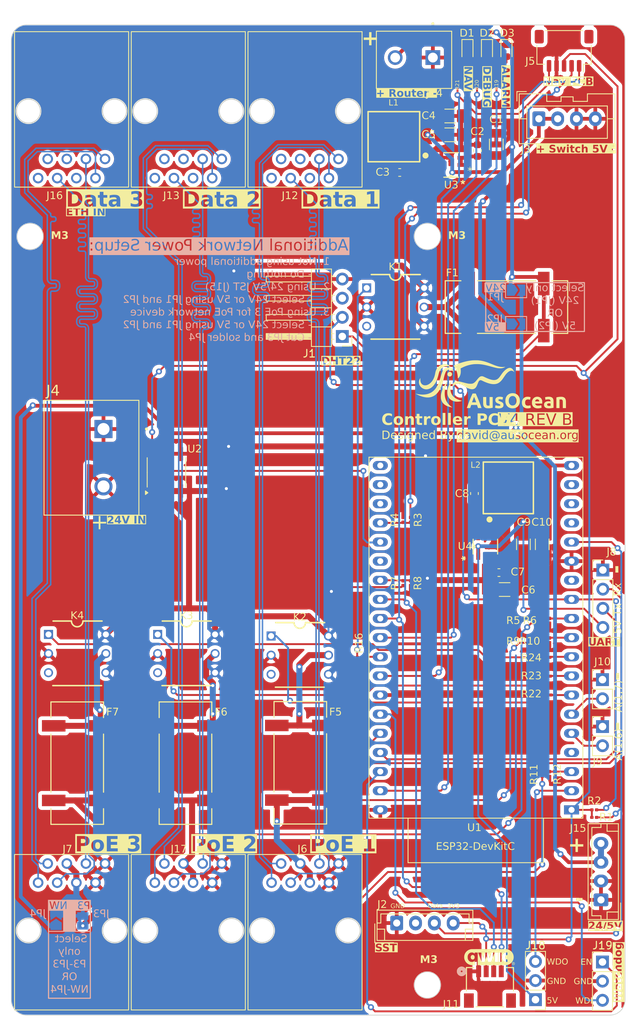
<source format=kicad_pcb>
(kicad_pcb (version 20240108) (generator "pcbnew") (generator_version "8.0")
  (layers (0 "F.Cu" signal) (31 "B.Cu" signal) (34 "B.Paste" user) (35 "F.Paste" user) (36 "B.SilkS" user "B.Silkscreen") (37 "F.SilkS" user "F.Silkscreen") (38 "B.Mask" user) (39 "F.Mask" user) (44 "Edge.Cuts" user))
  (net 0 "")
  (net 1 "NW_out")
  (net 2 "P1_out")
  (net 3 "P2_out")
  (net 4 "5-24VOUT")
  (net 5 "P3_out")
  (net 6 "DHT")
  (net 7 "SST")
  (net 8 "+3V3")
  (net 9 "SDA")
  (net 10 "Navlight")
  (net 11 "TX")
  (net 12 "5VIN")
  (net 13 "GND")
  (net 14 "RX")
  (net 15 "ADC1,6")
  (net 16 "ADC1,7")
  (net 17 "LED0")
  (net 18 "Alarm_LED")
  (net 19 "_NW_out")
  (net 20 "_P1_out")
  (net 21 "_P2_out")
  (net 22 "Power 1")
  (net 23 "Power 2")
  (net 24 "Net-(U4-SW)")
  (net 26 "Power 3")
  (net 27 "NW")
  (net 28 "24VIN")
  (net 29 "D1_Rx+")
  (net 30 "D1_Rx-")
  (net 31 "D1_Tx+")
  (net 32 "D1_Tx-")
  (net 33 "D2_Rx+")
  (net 34 "D2_Rx-")
  (net 35 "D2_Tx+")
  (net 36 "D2_Tx-")
  (net 37 "D3_Rx+")
  (net 38 "D3_Rx-")
  (net 39 "D3_Tx+")
  (net 40 "D3_Tx-")
  (net 41 "_P3_out")
  (net 42 "NW_5V")
  (net 43 "I_in")
  (net 44 "_24V_in")
  (net 45 "Net-(U3-SW)")
  (net 46 "Net-(U3-BST)")
  (net 47 "SCL")
  (net 48 "Net-(U4-BST)")
  (net 54 "Net-(K1-LOAD-)")
  (net 55 "Net-(K2-LOAD-)")
  (net 58 "EN")
  (net 59 "WD_IN")
  (net 60 "P3_NW")
  (net 61 "Net-(J4-Pin_2)")
  (net 62 "Net-(K3-LOAD-)")
  (net 63 "Net-(D1-A)")
  (net 64 "Net-(D2-A)")
  (net 65 "Net-(D3-A)")
  (net 66 "Net-(K4-LOAD-)")
  (net 67 "Net-(K1-+CONTROL)")
  (net 69 "Net-(K2-+CONTROL)")
  (net 71 "Net-(K3-+CONTROL)")
  (net 74 "Net-(K4-+CONTROL)")
  (net 89 "WD_EN*")
  (footprint "AusOcean:3588TR_FUSE_HOLDER" (layer "F.Cu") (at 94.446 123.221 180)
    (property "Reference" "F7")
    (property "Value" "3588TR")
  )
  (footprint "Capacitor_SMD:C_1206_3216Metric" (layer "F.Cu") (at 156.196 94.174 -90)
    (property "Reference" "C10")
    (property "Value" "22u")
  )
  (footprint "Capacitor_SMD:C_0603_1608Metric" (layer "F.Cu") (at 147.196 87.424 90)
    (property "Reference" "C8")
    (property "Value" "0.1u")
  )
  (footprint "Connector_PinHeader_2.54mm:PinHeader_1x03_P2.54mm_Vertical" (layer "F.Cu") (at 164.196 149.624)
    (property "Reference" "J19")
    (property "Value" "Conn_01x03")
  )
  (footprint "AusOcean:CUI_TB005-762-02BE" (layer "F.Cu") (at 97.9335 78.864 -90)
    (property "Reference" "J4")
    (property "Value" "24V IN")
  )
  (footprint "Resistor_SMD:R_0201_0603Metric" (layer "F.Cu") (at 156.19 106.924 90)
    (property "Reference" "R9")
    (property "Value" "150K")
  )
  (footprint "Resistor_SMD:R_0201_0603Metric" (layer "F.Cu") (at 137.69 99.329 90)
    (property "Reference" "R7")
    (property "Value" "150K")
  )
  (footprint "Resistor_SMD:R_0201_0603Metric" (layer "F.Cu") (at 157.196 124.674 -90)
    (property "Reference" "R12")
    (property "Value" "5K1")
  )
  (footprint "Resistor_SMD:R_0201_0603Metric" (layer "F.Cu") (at 156.876 109.174)
    (property "Reference" "R24")
    (property "Value" "2.2K")
  )
  (footprint "AusOcean:CONNFLY Elec DS1128-05-S8B8P" (layer "F.Cu") (at 93.696 136.549)
    (property "Reference" "J7")
    (property "Value" "PoE 3")
    (fp_circle (center -5.705 8.89) (end -4.08 8.89) (stroke (width 0.2)) (fill none) (layer "Edge.Cuts"))
    (fp_circle (center 5.725 8.89) (end 7.35 8.89) (stroke (width 0.2)) (fill none) (layer "Edge.Cuts"))
  )
  (footprint "AusOcean:SOIC_05WU-7_DIO" (layer "F.Cu") (at 148.646001 94.47575 90)
    (property "Reference" "U4")
    (property "Value" "AP63205WU-7")
  )
  (footprint "LED_SMD:LED_0603_1608Metric" (layer "F.Cu") (at 148.856 28.6365 -90)
    (property "Reference" "D2")
    (property "Value" "LED (BLUE)")
  )
  (footprint "AusOcean:CONN_SM04B-SRSS-TB_JST" (layer "F.Cu") (at 149.25175 152.9649 180)
    (property "Reference" "J11")
    (property "Value" "Qwiic JST")
  )
  (footprint "Resistor_SMD:R_0201_0603Metric" (layer "F.Cu") (at 163.101 130.424 180)
    (property "Reference" "R2")
    (property "Value" "4k7")
  )
  (footprint "AusOcean:WE-XHMI_6060" (layer "F.Cu") (at 151.696 86.674 90)
    (property "Reference" "L2")
    (property "Value" "6.8u")
  )
  (footprint "Resistor_SMD:R_0201_0603Metric" (layer "F.Cu") (at 157.041 114.174)
    (property "Reference" "R22")
    (property "Value" "2.2K")
  )
  (footprint "Connector_PinHeader_2.54mm:PinHeader_1x02_P2.54mm_Vertical" (layer "F.Cu") (at 164.202 118.369)
    (property "Reference" "J9")
    (property "Value" "ADC1,6")
  )
  (footprint "AusOcean:3588TR_FUSE_HOLDER" (layer "F.Cu") (at 151.446 62.674 -90)
    (property "Reference" "F1")
    (property "Value" "3588TR")
  )
  (footprint "Capacitor_SMD:C_0603_1608Metric" (layer "F.Cu") (at 137.271 44.804 180)
    (property "Reference" "C3")
    (property "Value" "0.1u")
  )
  (footprint "LOGO" (layer "F.Cu") (at 149.346 72.924)
    (property "Reference" "G***" (hide yes))
    (property "Value" "LOGO" (hide yes))
  )
  (footprint "AusOcean:SOIC_05WU-7_DIO" (layer "F.Cu") (at 144.096 43.804 180)
    (property "Reference" "U3")
    (property "Value" "AP63205WU-7")
  )
  (footprint "AusOcean:3588TR_FUSE_HOLDER" (layer "F.Cu") (at 108.8202 123.221 180)
    (property "Reference" "F6")
    (property "Value" "3588TR")
  )
  (footprint "AusOcean:CONNFLY Elec DS1128-05-S8B8P" (layer "F.Cu") (at 109.196 136.549)
    (property "Reference" "J17")
    (property "Value" "PoE 2")
    (fp_circle (center -5.705 8.89) (end -4.08 8.89) (stroke (width 0.2)) (fill none) (layer "Edge.Cuts"))
    (fp_circle (center 5.725 8.89) (end 7.35 8.89) (stroke (width 0.2)) (fill none) (layer "Edge.Cuts"))
  )
  (footprint "Connector_PinHeader_2.54mm:PinHeader_1x04_P2.54mm_Horizontal" (layer "F.Cu") (at 129.646 66.574 180)
    (property "Reference" "J1")
    (property "Value" "DHT22")
  )
  (footprint "LED_SMD:LED_0603_1608Metric" (layer "F.Cu") (at 146.266 28.6365 -90)
    (property "Reference" "D1")
    (property "Value" "LED (YELLOW)")
  )
  (footprint "AusOcean:DIP762W60P254L838H406Q6N" (layer "F.Cu") (at 124 108.884)
    (property "Reference" "K2")
    (property "Value" "LCA717")
  )
  (footprint "Capacitor_SMD:C_1206_3216Metric" (layer "F.Cu") (at 151.196 100.174)
    (property "Reference" "C6")
    (property "Value" "10u")
  )
  (footprint "AusOcean:CONNFLY Elec DS1128-05-S8B8P" (layer "F.Cu") (at 124.696 45.549 180)
    (property "Reference" "J12")
    (property "Value" "Data 1")
    (fp_circle (center 5.725 8.89) (end 7.35 8.89) (stroke (width 0.2)) (fill none) (layer "Edge.Cuts"))
    (fp_circle (center -5.705 8.89) (end -4.08 8.89) (stroke (width 0.2)) (fill none) (layer "Edge.Cuts"))
  )
  (footprint "Capacitor_SMD:C_0603_1608Metric" (layer "F.Cu") (at 147.596 41.899 90)
    (property "Reference" "C2")
    (property "Value" "0.1u")
  )
  (footprint "Resistor_SMD:R_0201_0603Metric" (layer "F.Cu") (at 156.946 111.674)
    (property "Reference" "R23")
    (property "Value" "2.2K")
  )
  (footprint "Resistor_SMD:R_0201_0603Metric" (layer "F.Cu") (at 150.126 31.829 90)
    (property "Reference" "R19")
    (property "Value" "280")
  )
  (footprint "Connector_JST:JST_EH_B4B-EH-A_1x04_P2.50mm_Vertical" (layer "F.Cu") (at 163.996 141.374 90)
    (property "Reference" "J15")
    (property "Value" "24V/5V OUT")
  )
  (footprint "Resistor_SMD:R_0201_0603Metric" (layer "F.Cu") (at 156.19 104.329 90)
    (property "Reference" "R5")
    (property "Value" "150K")
  )
  (footprint "AusOcean:CONNFLY Elec DS1128-05-S8B8P" (layer "F.Cu") (at 109.196 45.549 180)
    (property "Reference" "J13")
    (property "Value" "Data 2")
    (fp_circle (center 5.725 8.89) (end 7.35 8.89) (stroke (width 0.2)) (fill none) (layer "Edge.Cuts"))
    (fp_circle (center -5.705 8.89) (end -4.08 8.89) (stroke (width 0.2)) (fill none) (layer "Edge.Cuts"))
  )
  (footprint "Connector_JST:JST_XA_B04B-XASK-1_1x04_P2.50mm_Vertical" (layer "F.Cu") (at 155.746 37.674)
    (property "Reference" "J3")
    (property "Value" "Conn_01x04")
  )
  (footprint "Resistor_SMD:R_0201_0603Metric" (layer "F.Cu") (at 163.101 129.424 180)
    (property "Reference" "R1")
    (property "Value" "4k7")
  )
  (footprint "Capacitor_SMD:C_1206_3216Metric" (layer "F.Cu") (at 150.096 41.079 90)
    (property "Reference" "C1")
    (property "Value" "10u")
  )
  (footprint "Connector_JST:JST_EH_B4B-EH-A_1x04_P2.50mm_Vertical" (layer "F.Cu") (at 136.871 144.449)
    (property "Reference" "J2")
    (property "Value" "DS18B20")
  )
  (footprint "Resistor_SMD:R_0201_0603Metric" (layer "F.Cu") (at 137.69 90.924 90)
    (property "Reference" "R4")
    (property "Value" "5K1")
  )
  (footprint "AusOcean:DIP762W60P254L838H406Q6N" (layer "F.Cu") (at 136.696 62.674)
    (property "Reference" "K1")
    (property "Value" "LCA717")
  )
  (footprint "Capacitor_SMD:C_1206_3216Metric" (layer "F.Cu") (at 143.971 37.304)
    (property "Reference" "C4")
    (property "Value" "22u")
  )
  (footprint "Connector_JST:JST_SH_SM05B-SRSS-TB_1x05-1MP_P1.00mm_Horizontal" (layer "F.Cu") (at 159.096 28.649 180)
    (property "Reference" "J5")
    (property "Value" "Conn_01x05_Pin")
  )
  (footprint "LOGO" (layer "F.Cu") (at 149.142539 148.91802)
    (property "Reference" "G***" (hide yes))
    (property "Value" "LOGO" (hide yes))
  )
  (footprint "Capacitor_SMD:C_1206_3216Metric" (layer "F.Cu") (at 143.971 39.804)
    (property "Reference" "C5")
    (property "Value" "22u")
  )
  (footprint "Connector_PinHeader_2.54mm:PinHeader_1x04_P2.54mm_Vertical" (layer "F.Cu") (at 164.246 97.584)
    (property "Reference" "J8")
    (property "Value" "UART")
  )
  (footprint "Capacitor_SMD:C_0603_1608Metric" (layer "F.Cu") (at 150.446 97.924)
    (property "Reference" "C7")
    (property "Value" "0.1u")
  )
  (footprint "AusOcean:WE-XHMI_6060" (layer "F.Cu") (at 136.496 40.054 180)
    (property "Reference" "L1")
    (property "Value" "6.8u")
  )
  (footprint "Espressif:ESP32-DevKitC" (layer "F.Cu") (at 160.09 129.424 180)
    (property "Reference" "U1")
    (property "Value" "ESP32-DevKitC")
  )
  (footprint "Resistor_SMD:R_0201_0603Metric" (layer "F.Cu") (at 144.946 31.829 90)
    (property "Reference" "R21")
    (property "Value" "280")
  )
  (footprint "Connector_PinHeader_2.54mm:PinHeader_1x03_P2.54mm_Vertical" (layer "F.Cu") (at 155.296 154.624 180)
    (property "Reference" "J18")
    (property "Value" "Conn_01x03")
  )
  (footprint "AusOcean:DIP762W60P254L838H406Q6N" (layer "F.Cu") (at 108.94 108.674)
    (property "Reference" "K3")
    (property "Value" "LCA717")
  )
  (footprint "Resistor_SMD:R_0201_0603Metric" (layer "F.Cu") (at 157.19 106.924 -90)
    (property "Reference" "R10")
    (property "Value" "5K1")
  )
  (footprint "Capacitor_SMD:C_1206_3216Metric" (layer "F.Cu") (at 153.696 94.174 -90)
    (property "Reference" "C9")
    (property "Value" "22u")
  )
  (footprint "AusOcean:CUI_Screw_terminal_1x2" (layer "F.Cu") (at 141.671 29.549 180)
    (property "Reference" "J14")
    (property "Value" "ROUTER 24V")
  )
  (footprint "AusOcean:CONNFLY Elec DS1128-05-S8B8P" (layer "F.Cu") (at 124.696 136.549)
    (property "Reference" "J6")
    (property "Value" "PoE 1")
    (fp_circle (center -5.705 8.89) (end -4.08 8.89) (stroke (width 0.2)) (fill none) (layer "Edge.Cuts"))
    (fp_circle (center 5.725 8.89) (end 7.35 8.89) (stroke (width 0.2)) (fill none) (layer "Edge.Cuts"))
  )
  (footprint "AusOcean:DIP762W60P254L838H406Q6N" (layer "F.Cu") (at 94.44 108.674)
    (property "Reference" "K4")
    (property "Value" "LCA717")
  )
  (footprint "AusOcean:CONNFLY Elec DS1128-05-S8B8P" (layer "F.Cu") (at 93.696 45.549 180)
    (property "Reference" "J16")
    (property "Value" "Data 3")
    (fp_circle (center 5.725 8.89) (end 7.35 8.89) (stroke (width 0.2)) (fill none) (layer "Edge.Cuts"))
    (fp_circle (center -5.705 8.89) (end -4.08 8.89) (stroke (width 0.2)) (fill none) (layer "Edge.Cuts"))
  )
  (footprint "AusOcean:3588TR_FUSE_HOLDER" (layer "F.Cu") (at 124.0702 123.174 180)
    (property "Reference" "F5")
    (property "Value" "3588TR")
  )
  (footprint "Resistor_SMD:R_0201_0603Metric" (layer "F.Cu") (at 138.69 99.329 -90)
    (property "Reference" "R8")
    (property "Value" "5K1")
  )
  (footprint "Resistor_SMD:R_0201_0603Metric" (layer "F.Cu") (at 156.196 124.674 90)
    (property "Reference" "R11")
    (property "Value" "150K")
  )
  (footprint "Resistor_SMD:R_0201_0603Metric" (layer "F.Cu") (at 157.19 104.329 -90)
    (property "Reference" "R6")
    (property "Value" "5K1")
  )
  (footprint "Resistor_SMD:R_0201_0603Metric" (layer "F.Cu") (at 131.946 109.174)
    (property "Reference" "R16")
    (property "Value" "2.2K")
  )
  (footprint "Package_SO:SOIC-8_3.9x4.9mm_P1.27mm" (layer "F.Cu") (at 106.296 84.624 90)
    (property "Reference" "U2")
    (property "Value" "ACS722xLCTR-20AU")
  )
  (footprint "Resistor_SMD:R_0201_0603Metric" (layer "F.Cu") (at 138.69 90.924 -90)
    (property "Reference" "R3")
    (property "Value" "150K")
  )
  (footprint "LED_SMD:LED_0603_1608Metric" (layer "F.Cu") (at 151.446 28.6365 -90)
    (property "Reference" "D3")
    (property "Value" "LED (RED)")
  )
  (footprint "Connector_PinHeader_2.54mm:PinHeader_1x02_P2.54mm_Vertical" (layer "F.Cu") (at 164.196 112.134)
    (property "Reference" "J10")
    (property "Value" "ADC1,7")
  )
  (footprint "Resistor_SMD:R_0201_0603Metric" (layer "F.Cu") (at 147.536 31.829 90)
    (property "Reference" "R20")
    (property "Value" "120")
  )
  (footprint "Jumper:SolderJumper-2_P1.3mm_Open_TrianglePad1.0x1.5mm" (layer "B.Cu") (at 91.636 144.159 90)
    (property "Reference" "JP4")
    (property "Value" "SEL_NW")
  )
  (footprint "Jumper:SolderJumper-2_P1.3mm_Open_TrianglePad1.0x1.5mm" (layer "B.Cu") (at 152.721 64.924)
    (property "Reference" "JP2")
    (property "Value" "SEL_5V")
  )
  (footprint "Jumper:SolderJumper-2_P1.3mm_Open_TrianglePad1.0x1.5mm" (layer "B.Cu") (at 152.721 60.424)
    (property "Reference" "JP1")
    (property "Value" "SEL_24V")
  )
  (footprint "Jumper:SolderJumper-2_P1.3mm_Bridged2Bar_Pad1.0x1.5mm" (layer "B.Cu") (at 95.186 144.164 90)
    (property "Reference" "JP3")
    (property "Value" "SEL_P3")
  )
  (gr_rect (start 150.446 64.769) (end 151.206 65.829) (stroke (width 0.15)) (fill solid) (layer "B.SilkS"))
  (gr_rect (start 148.696 59.424) (end 161.796 65.914) (stroke (width 0.15)) (fill none) (layer "B.SilkS"))
  (gr_rect (start 92.652273 142.694) (end 94.170909 145.543805) (stroke (width 0.15)) (fill solid) (layer "B.SilkS"))
  (gr_rect (start 93.086 141.439) (end 94.501 142.634) (stroke (width 0.15)) (fill solid) (layer "B.SilkS"))
  (gr_rect (start 90.636 141.439) (end 96.186 154.434) (stroke (width 0.15)) (fill none) (layer "B.SilkS"))
  (gr_line (start 87.69 25.214) (end 165.19 25.214) (stroke (width 0.1)) (layer "Edge.Cuts"))
  (gr_arc (start 87.69 156.674) (mid 86.275786 156.088214) (end 85.69 154.674) (stroke (width 0.1)) (layer "Edge.Cuts"))
  (gr_circle (center 140.946 53.296) (end 140.946 55.046) (stroke (width 0.1)) (fill none) (layer "Edge.Cuts"))
  (gr_circle (center 88.19 53.296) (end 88.19 55.046) (stroke (width 0.1)) (fill none) (layer "Edge.Cuts"))
  (gr_arc (start 165.19 25.214) (mid 166.604214 25.799786) (end 167.19 27.214) (stroke (width 0.1)) (layer "Edge.Cuts"))
  (gr_circle (center 140.946 152.674) (end 140.946 154.424) (stroke (width 0.1)) (fill none) (layer "Edge.Cuts"))
  (gr_line (start 167.19 27.214) (end 167.19 154.674) (stroke (width 0.1)) (layer "Edge.Cuts"))
  (gr_arc (start 85.69 27.214) (mid 86.275786 25.799786) (end 87.69 25.214) (stroke (width 0.1)) (layer "Edge.Cuts"))
  (gr_line (start 85.69 154.674) (end 85.69 27.214) (stroke (width 0.1)) (layer "Edge.Cuts"))
  (gr_arc (start 167.19 154.674) (mid 166.604214 156.088214) (end 165.19 156.674) (stroke (width 0.1)) (layer "Edge.Cuts"))
  (gr_line (start 165.19 156.674) (end 87.69 156.674) (stroke (width 0.1)) (layer "Edge.Cuts"))
  (gr_text "1. Not using additional power\n	- Do nothing\n2. Using 24/5V JST (J15)\n	- Select 24V or 5V using JP1 and JP2\n3. Using PoE 3 for PoE network device\n	- Select 24V or 5V using JP1 and JP2\n	- Cut JP3 and solder JP4" (at 127.996 67.324 0) (layer "B.SilkS") (effects (font (size 1 1)) (justify left bottom mirror)))
  (gr_text "NW" (at 91.946 142.174 0) (layer "B.SilkS" knockout) (effects (font (size 1 1)) (justify mirror)))
  (gr_text "Select \nonly\nP3-JP3\nOR\nNW-JP4" (at 93.406 149.934 0) (layer "B.SilkS") (effects (font (size 1 1)) (justify mirror)))
  (gr_text "24V" (at 149.996 60.174 0) (layer "B.SilkS" knockout) (effects (font (size 1 1)) (justify mirror)))
  (gr_text "5V" (at 149.596 65.374 0) (layer "B.SilkS" knockout) (effects (font (size 1 1)) (justify mirror)))
  (gr_text "Select only\n24V (JP1)\nOR\n5V (JP2)" (at 157.896 62.674 0) (layer "B.SilkS") (effects (font (size 1 1)) (justify mirror)))
  (gr_text "P3" (at 95.306 142.184 0) (layer "B.SilkS" knockout) (effects (font (size 1 1)) (justify mirror)))
  (gr_text "Additional Network Power Setup:" (at 130.446 55.424 0) (layer "B.SilkS" knockout) (effects (font (size 1.5 1.5) (thickness 0.125)) (justify left bottom mirror)))
  (gr_text "M3" (at 90.94 53.796 0) (layer "F.SilkS") (effects (font (size 1 1) (thickness 0.2) (bold yes)) (justify left bottom)))
  (gr_text "ALARM" (at 150.696 30.674 -90) (layer "F.SilkS" knockout) (effects (font (size 1 1) (thickness 0.2) (bold yes)) (justify left bottom)))
  (gr_text "-" (at 167.346 112.274 90) (layer "F.SilkS") (effects (font (size 2 2) (thickness 0.2) (bold yes)) (justify left bottom)))
  (gr_text "+" (at 96.196 90.124 -90) (layer "F.SilkS") (effects (font (size 2 2)) (justify left bottom)))
  (gr_text "-" (at 161.696 140.174 180) (layer "F.SilkS") (effects (font (size 2 2) (thickness 0.2) (bold yes)) (justify left bottom)))
  (gr_text "Designed By" (at 134.83614 80.384 0) (layer "F.SilkS") (effects (font (size 1.1 1.1) (thickness 0.1875)) (justify left bottom)))
  (gr_text "V4 REV B" (at 150.446 78.574 0) (layer "F.SilkS" knockout) (effects (font (size 1.5 1.5) (thickness 0.1875)) (justify left bottom)))
  (gr_text "GND" (at 160.369343 152.699 0) (layer "F.SilkS") (effects (font (size 0.8 0.8) (thickness 0.125)) (justify left bottom)))
  (gr_text "WDO" (at 156.796 150.099 0) (layer "F.SilkS") (effects (font (size 0.8 0.8) (thickness 0.1)) (justify left bottom)))
  (gr_text "david@ausocean.org" (at 144.87614 80.384 0) (layer "F.SilkS" knockout) (effects (font (size 1.1 1.1) (thickness 0.1875)) (justify left bottom)))
  (gr_text "A(1,7)" (at 166.946 116.474 90) (layer "F.SilkS") (effects (font (size 1 1)) (justify left bottom)))
  (gr_text "SST" (at 133.996 148.374 0) (layer "F.SilkS" knockout) (effects (font (size 1 1) (thickness 0.2) (bold yes)) (justify left bottom)))
  (gr_text "GND" (at 156.796 152.674 0) (layer "F.SilkS") (effects (font (size 0.8 0.8) (thickness 0.125)) (justify left bottom)))
  (gr_text "24V IN" (at 98.396 91.574 0) (layer "F.SilkS" knockout) (effects (font (size 1 1) (thickness 0.2) (bold yes)) (justify left bottom)))
  (gr_text "A(1,6)" (at 166.946 122.874 90) (layer "F.SilkS") (effects (font (size 1 1)) (justify left bottom)))
  (gr_text "PoE 3" (at 94.146 135.274 0) (layer "F.SilkS" knockout) (effects (font (size 2 2) (thickness 0.2) (bold yes)) (justify left bottom)))
  (gr_text "EN" (at 161.280661 150.124 0) (layer "F.SilkS") (effects (font (size 0.8 0.8) (thickness 0.1)) (justify left bottom)))
  (gr_text "M3" (at 143.69 53.796 0) (layer "F.SilkS") (effects (font (size 1 1) (thickness 0.2) (bold yes)) (justify left bottom)))
  (gr_text "WDI" (at 160.596 155.274 0) (layer "F.SilkS") (effects (font (size 0.8 0.8) (thickness 0.1)) (justify left bottom)))
  (gr_text "Data" (at 140.996 142.524 0) (layer "F.SilkS") (effects (font (size 0.6 0.6) (thickness 0.125)) (justify left bottom)))
  (gr_text "24/5V" (at 162.293988 145.454455 0) (layer "F.SilkS" knockout) (effects (font (size 1 1) (thickness 0.2) (bold yes)) (justify left bottom)))
  (gr_text "Tx" (at 166.846 103.674 90) (layer "F.SilkS") (effects (font (size 1 1) (thickness 0.125)) (justify left bottom)))
  (gr_text "Controller PCB" (at 134.83614 78.574 0) (layer "F.SilkS") (effects (font (size 1.5 1.5) (thickness 0.2) (bold yes)) (justify left bottom)))
  (gr_text "DEBUG" (at 148.196 30.674 -90) (layer "F.SilkS" knockout) (effects (font (size 1 1) (thickness 0.2) (bold yes)) (justify left bottom)))
  (gr_text "5V" (at 166.846 106.074 90) (layer "F.SilkS") (effects (font (size 1 1) (thickness 0.125)) (justify left bottom)))
  (gr_text "UART" (at 162.296 107.774 0) (layer "F.SilkS" knockout) (effects (font (size 1 1) (thickness 0.2) (bold yes)) (justify left bottom)))
  (gr_text "3V3" (at 143.596 142.574 0) (layer "F.SilkS") (effects (font (size 0.6 0.6) (thickness 0.125)) (justify left bottom)))
  (gr_text "-" (at 167.246 98.074 90) (layer "F.SilkS") (effects (font (size 2 2) (thickness 0.2) (bold yes)) (justify left bottom)))
  (gr_text "PoE 2" (at 109.546 135.274 0) (layer "F.SilkS" knockout) (effects (font (size 2 2) (thickness 0.2) (bold yes)) (justify left bottom)))
  (gr_text "Data 1" (at 124.196 49.674 0) (layer "F.SilkS" knockout) (effects (font (size 2 2) (thickness 0.2) (bold yes)) (justify left bottom)))
  (gr_text "PoE 1" (at 125.346 135.274 0) (layer "F.SilkS" knockout) (effects (font (size 2 2) (thickness 0.2) (bold yes)) (justify left bottom)))
  (gr_text "5V" (at 156.796 155.249 0) (layer "F.SilkS") (effects (font (size 0.8 0.8) (thickness 0.1)) (justify left bottom)))
  (gr_text "+ Switch 5V -" (at 155.396 42.324 0) (layer "F.SilkS" knockout) (effects (font (size 1 1) (thickness 0.2) (bold yes)) (justify left bottom)))
  (gr_text "+" (at 161.946 132.924 180) (layer "F.SilkS") (effects (font (size 2 2) (thickness 0.2) (bold yes)) (justify left bottom)))
  (gr_text "Data 2" (at 108.446 49.674 0) (layer "F.SilkS" knockout) (effects (font (size 2 2) (thickness 0.2) (bold yes)) (justify left bottom)))
  (gr_text "DHT22" (at 126.846 70.474 0) (layer "F.SilkS" knockout) (effects (font (size 1 1) (thickness 0.2) (bold yes)) (justify left bottom)))
  (gr_text "Data 3" (at 92.946 49.674 0) (layer "F.SilkS" knockout) (effects (font (size 2 2) (thickness 0.2) (bold yes)) (justify left bottom)))
  (gr_text "NAV" (at 145.696 30.674 270) (layer "F.SilkS" knockout) (effects (font (size 1 1) (thickness 0.2) (bold yes)) (justify left bottom)))
  (gr_text "Nav PCB" (at 156.346 33.374 0) (layer "F.SilkS" knockout) (effects (font (size 1 1) (thickness 0.2) (bold yes)) (justify left bottom)))
  (gr_text "-" (at 167.346 118.874 90) (layer "F.SilkS") (effects (font (size 2 2) (thickness 0.2) (bold yes)) (justify left bottom)))
  (gr_text "+" (at 132.146 25.874 -90) (layer "F.SilkS") (effects (font (size 2 2) (thickness 0.2) (bold yes)) (justify left bottom)))
  (gr_text "Rx" (at 166.846 101.074 90) (layer "F.SilkS") (effects (font (size 1 1) (thickness 0.125)) (justify left bottom)))
  (gr_text "M3" (at 139.946 149.924 0) (layer "F.SilkS") (effects (font (size 1 1) (thickness 0.2) (bold yes)) (justify left bottom)))
  (gr_text "GND" (at 136.046 142.574 0) (layer "F.SilkS") (effects (font (size 0.6 0.6) (thickness 0.125)) (justify left bottom)))
  (gr_text "ETH IN" (at 92.946 50.674 0) (layer "F.SilkS" knockout) (effects (font (size 1 1) (thickness 0.2) (bold yes)) (justify left bottom)))
  (gr_text "Watchdog" (at 166.896 154.874 90) (layer "F.SilkS" knockout) (effects (font (size 1 1) (thickness 0.2) (bold yes)) (justify left bottom)))
  (gr_text "+ Router -" (at 134.121 34.924 0) (layer "F.SilkS" knockout) (effects (font (size 1 1) (thickness 0.2) (bold yes)) (justify left bottom)))
  (segment (start 139.196 69.174) (end 139.446 68.924) (width 0.25) (layer "F.Cu") (net 1))
  (segment (start 150.096 42.554) (end 151.066 42.554) (width 0.8) (layer "F.Cu") (net 1))
  (segment (start 140.021 26.199) (end 136.671 29.549) (width 0.5) (layer "F.Cu") (net 1))
  (segment (start 156.399 59.5498) (end 156.399 65.7982) (width 0.5) (layer "F.Cu") (net 1))
  (segment (start 138.69 90.604) (end 138.69 88.43) (width 0.25) (layer "F.Cu") (net 1))
  (segment (start 150.121 26.199) (end 140.021 26.199) (width 0.5) (layer "F.Cu") (net 1))
  (segment (start 151.066 42.554) (end 152.196 41.424) (width 0.8) (layer "F.Cu") (net 1))
  (segment (start 138.69 88.43) (end 138.696 88.424) (width 0.25) (layer "F.Cu") (net 1))
  (segment (start 153.2732 68.924) (end 156.399 65.7982) (width 0.25) (layer "F.Cu") (net 1))
  (segment (start 155.5232 58.674) (end 156.399 59.5498) (width 0.5) (layer "F.Cu") (net 1))
  (segment (start 139.446 68.924) (end 153.2732 68.924) (width 0.25) (layer "F.Cu") (net 1))
  (segment (start 152.196 58.674) (end 155.5232 58.674) (width 0.5) (layer "F.Cu") (net 1))
  (via (at 152.196 41.424) (size 0.8) (drill 0.4) (layers "F.Cu" "B.Cu") (net 1))
  (via (at 139.196 69.174) (size 0.8) (drill 0.4) (layers "F.Cu" "B.Cu") (net 1))
  (via (at 150.121 26.199) (size 0.8) (drill 0.4) (layers "F.Cu" "B.Cu") (net 1))
  (via (at 152.196 58.674) (size 0.8) (drill 0.4) (layers "F.Cu" "B.Cu") (net 1))
  (via (at 138.696 88.424) (size 0.8) (drill 0.4) (layers "F.Cu" "B.Cu") (net 1))
  (segment (start 139.196 69.174) (end 138.696 69.674) (width 0.25) (layer "B.Cu") (net 1))
  (segment (start 152.196 41.424) (end 152.196 28.274) (width 0.5) (layer "B.Cu") (net 1))
  (segment (start 152.196 28.274) (end 150.121 26.199) (width 0.5) (layer "B.Cu") (net 1))
  (segment (start 151.996 60.424) (end 151.996 58.874) (width 0.5) (layer "B.Cu") (net 1))
  (segment (start 151.996 58.874) (end 152.196 58.674) (width 0.5) (layer "B.Cu") (net 1))
  (segment (start 152.196 58.674) (end 152.196 41.424) (width 0.5) (layer "B.Cu") (net 1))
  (segment (start 138.696 69.674) (end 138.696 88.424) (width 0.25) (layer "B.Cu") (net 1))
  (segment (start 120.946 128.127) (end 127.1944 128.127) (width 0.8) (layer "F.Cu") (net 2))
  (segment (start 153.126 107.244) (end 156.19 107.244) (width 0.25) (layer "F.Cu") (net 2))
  (segment (start 124.061 136.549) (end 125.331 137.819) (width 0.8) (layer "F.Cu") (net 2))
  (segment (start 150.443 128.127) (end 127.1944 128.127) (width 0.25) (layer "F.Cu") (net 2))
  (segment (start 125.331 137.819) (end 125.331 139.089) (width 0.8) (layer "F.Cu") (net 2))
  (segment (start 120.946 130.924) (end 120.946 128.127) (width 0.8) (layer "F.Cu") (net 2))
  (segment (start 151.096 127.474) (end 150.443 128.127) (width 0.25) (layer "F.Cu") (net 2))
  (segment (start 152.446 107.924) (end 153.126 107.244) (width 0.25) (layer "F.Cu") (net 2))
  (via (at 151.096 127.474) (size 0.8) (drill 0.4) (layers "F.Cu" "B.Cu") (net 2))
  (via (at 120.946 130.924) (size 0.8) (drill 0.4) (layers "F.Cu" "B.Cu") (net 2))
  (via (at 152.446 107.924) (size 0.8) (drill 0.4) (layers "F.Cu" "B.Cu") (net 2))
  (segment (start 151.096 127.474) (end 151.946 126.624) (width 0.25) (layer "B.Cu") (net 2))
  (segment (start 151.946 126.624) (end 151.946 108.424) (width 0.25) (layer "B.Cu") (net 2))
  (segment (start 120.946 130.924) (end 120.946 133.434) (width 0.8) (layer "B.Cu") (net 2))
  (segment (start 151.946 108.424) (end 152.446 107.924) (width 0.25) (layer "B.Cu") (net 2))
  (segment (start 120.946 133.434) (end 124.061 136.549) (width 0.8) (layer "B.Cu") (net 2))
  (segment (start 109.696 132.674) (end 109.696 135.414) (width 0.8) (layer "F.Cu") (net 3))
  (segment (start 154.196 105.174) (end 154.721 104.649) (width 0.25) (layer "F.Cu") (net 3))
  (segment (start 154.721 104.649) (end 156.19 104.649) (width 0.25) (layer "F.Cu") (net 3))
  (segment (start 150.196 132.674) (end 109.696 132.674) (width 0.25) (layer "F.Cu") (net 3))
  (segment (start 105.696 128.174) (end 109.696 128.174) (width 0.8) (layer "F.Cu") (net 3))
  (segment (start 109.696 135.414) (end 108.561 136.549) (width 0.8) (layer "F.Cu") (net 3))
  (segment (start 109.696 128.174) (end 111.9444 128.174) (width 0.8) (layer "F.Cu") (net 3))
  (segment (start 109.831 137.819) (end 109.831 139.089) (width 0.8) (layer "F.Cu") (net 3))
  (segment (start 108.561 136.549) (end 109.831 137.819) (width 0.8) (layer "F.Cu") (net 3))
  (segment (start 151.696 131.174) (end 150.196 132.674) (width 0.25) (layer "F.Cu") (net 3))
  (segment (start 109.696 128.174) (end 109.696 132.674) (width 0.8) (layer "F.Cu") (net 3))
  (via (at 151.696 131.174) (size 0.8) (drill 0.4) (layers "F.Cu" "B.Cu") (net 3))
  (via (at 154.196 105.174) (size 0.8) (drill 0.4) (layers "F.Cu" "B.Cu") (net 3))
  (segment (start 153.446 105.924) (end 154.196 105.174) (width 0.25) (layer "B.Cu") (net 3))
  (segment (start 153.446 129.424) (end 153.446 105.924) (width 0.25) (layer "B.Cu") (net 3))
  (segment (start 151.696 131.174) (end 153.446 129.424) (width 0.25) (layer "B.Cu") (net 3))
  (segment (start 103.296 75.774) (end 106.946 79.424) (width 0.5) (layer "F.Cu") (net 4))
  (segment (start 158.621 135.299) (end 159.696 136.374) (width 0.5) (layer "F.Cu") (net 4))
  (segment (start 151.946 79.424) (end 152.696 78.674) (width 0.5) (layer "F.Cu") (net 4))
  (segment (start 88.546 75.724) (end 88.596 75.774) (width 0.5) (layer "F.Cu") (net 4))
  (segment (start 159.696 136.374) (end 163.996 136.374) (width 0.5) (layer "F.Cu") (net 4))
  (segment (start 88.596 75.774) (end 103.296 75.774) (width 0.5) (layer "F.Cu") (net 4))
  (segment (start 106.946 79.424) (end 151.946 79.424) (width 0.5) (layer "F.Cu") (net 4))
  (via (at 88.546 75.724) (size 0.8) (drill 0.4) (layers "F.Cu" "B.Cu") (net 4))
  (via (at 152.696 78.674) (size 0.8) (drill 0.4) (layers "F.Cu" "B.Cu") (net 4))
  (via (at 158.621 135.299) (size 0.8) (drill 0.4) (layers "F.Cu" "B.Cu") (net 4))
  (segment (start 163.996 133.874) (end 163.996 136.374) (width 0.8) (layer "B.Cu") (net 4))
  (segment (start 86.946 77.324) (end 86.946 140.949) (width 0.5) (layer "B.Cu") (net 4))
  (segment (start 90.881 144.884) (end 91.636 144.884) (width 0.5) (layer "B.Cu") (net 4))
  (segment (start 157.896 134.574) (end 157.896 83.874) (width 0.5) (layer "B.Cu") (net 4))
  (segment (start 157.896 83.874) (end 152.696 78.674) (width 0.5) (layer "B.Cu") (net 4))
  (segment (start 153.446 64.924) (end 153.446 60.424) (width 0.5) (layer "B.Cu") (net 4))
  (segment (start 88.546 75.724) (end 86.946 77.324) (width 0.5) (layer "B.Cu") (net 4))
  (segment (start 86.946 140.949) (end 90.881 144.884) (width 0.5) (layer "B.Cu") (net 4))
  (segment (start 158.621 135.299) (end 157.896 134.574) (width 0.5) (layer "B.Cu") (net 4))
  (segment (start 153.446 77.924) (end 153.446 64.924) (width 0.5) (layer "B.Cu") (net 4))
  (segment (start 152.696 78.674) (end 153.446 77.924) (width 0.5) (layer "B.Cu") (net 4))
  (segment (start 135.696 137.674) (end 131.256 142.114) (width 0.25) (layer "F.Cu") (net 5))
  (segment (start 131.256 142.114) (end 97.886 142.114) (width 0.25) (layer "F.Cu") (net 5))
  (segment (start 101.196 135.174) (end 101.196 138.804) (width 0.8) (layer "F.Cu") (net 5))
  (segment (start 155.196 137.674) (end 135.696 137.674) (width 0.25) (layer "F.Cu") (net 5))
  (segment (start 94.196 128.174) (end 101.196 135.174) (width 0.8) (layer "F.Cu") (net 5))
  (segment (start 156.196 136.674) (end 155.196 137.674) (width 0.25) (layer "F.Cu") (net 5))
  (segment (start 91.3218 128.174) (end 94.196 128.174) (width 0.8) (layer "F.Cu") (net 5))
  (segment (start 97.5702 128.174) (end 94.196 128.174) (width 0.8) (layer "F.Cu") (net 5))
  (segment (start 101.196 138.804) (end 97.886 142.114) (width 0.8) (layer "F.Cu") (net 5))
  (segment (start 97.886 142.114) (end 95.186 144.814) (width 0.8) (layer "F.Cu") (net 5))
  (segment (start 156.196 124.994) (end 156.196 125.974) (width 0.25) (layer "F.Cu") (net 5))
  (via (at 156.196 136.674) (size 0.8) (drill 0.4) (layers "F.Cu" "B.Cu") (net 5))
  (via (at 95.186 144.814) (size 0.8) (drill 0.4) (layers "F.Cu" "B.Cu") (net 5))
  (via (at 156.196 125.974) (size 0.8) (drill 0.4) (layers "F.Cu" "B.Cu") (net 5))
  (segment (start 156.196 136.674) (end 156.196 125.974) (width 0.25) (layer "B.Cu") (net 5))
  (segment (start 146.196 101.174) (end 146.506 101.484) (width 0.25) (layer "F.Cu") (net 6))
  (segment (start 144.5485 73.0265) (end 145.321 73.799) (width 0.25) (layer "F.Cu") (net 6))
  (segment (start 165.751 101.484) (end 160.09 101.484) (width 0.25) (layer "F.Cu") (net 6))
  (segment (start 165.991 101.724) (end 165.751 101.484) (width 0.25) (layer "F.Cu") (net 6))
  (segment (start 128.8985 73.0265) (end 144.5485 73.0265) (width 0.25) (layer "F.Cu") (net 6))
  (segment (start 163.421 129.424) (end 164.446 129.424) (width 0.25) (layer "F.Cu") (net 6))
  (segment (start 128.496 72.624) (end 128.8985 73.0265) (width 0.25) (layer "F.Cu") (net 6))
  (segment (start 164.446 129.424) (end 164.696 129.174) (width 0.25) (layer "F.Cu") (net 6))
  (segment (start 146.506 101.484) (end 160.09 101.484) (width 0.25) (layer "F.Cu") (net 6))
  (via (at 145.321 73.799) (size 0.8) (drill 0.4) (layers "F.Cu" "B.Cu") (net 6))
  (via (at 164.696 129.174) (size 0.8) (drill 0.4) (layers "F.Cu" "B.Cu") (net 6))
  (via (at 128.496 72.624) (size 0.8) (drill 0.4) (layers "F.Cu" "B.Cu") (net 6))
  (via (at 146.196 101.174) (size 0.8) (drill 0.4) (layers "F.Cu" "B.Cu") (net 6))
  (via (at 165.991 101.724) (size 0.8) (drill 0.4) (layers "F.Cu" "B.Cu") (net 6))
  (segment (start 128.496 72.624) (end 128.046 72.174) (width 0.25) (layer "B.Cu") (net 6))
  (segment (start 165.946 127.924) (end 164.696 129.174) (width 0.25) (layer "B.Cu") (net 6))
  (segment (start 128.046 72.174) (end 128.046 65.674) (width 0.25) (layer "B.Cu") (net 6))
  (segment (start 146.196 101.174) (end 145.696 100.674) (width 0.25) (layer "B.Cu") (net 6))
  (segment (start 165.946 101.769) (end 165.946 127.924) (width 0.25) (layer "B.Cu") (net 6))
  (segment (start 165.991 101.724) (end 165.946 101.769) (width 0.25) (layer "B.Cu") (net 6))
  (segment (start 145.696 74.174) (end 145.321 73.799) (width 0.25) (layer "B.Cu") (net 6))
  (segment (start 128.046 65.674) (end 129.646 64.074) (width 0.25) (layer "B.Cu") (net 6))
  (segment (start 145.696 100.674) (end 145.696 74.174) (width 0.25) (layer "B.Cu") (net 6))
  (segment (start 163.421 130.424) (end 165.446 130.424) (width 0.25) (layer "F.Cu") (net 7))
  (segment (start 141.871 144.449) (end 143.246 145.824) (width 0.25) (layer "F.Cu") (net 7))
  (segment (start 160.09 93.864) (end 165.386 93.864) (width 0.25) (layer "F.Cu") (net 7))
  (segment (start 165.446 130.424) (end 165.946 129.924) (width 0.25) (layer "F.Cu") (net 7))
  (segment (start 143.246 145.824) (end 165.996 145.824) (width 0.25) (layer "F.Cu") (net 7))
  (segment (start 165.386 93.864) (end 166.196 94.674) (width 0.25) (layer "F.Cu") (net 7))
  (via (at 165.946 129.924) (size 0.8) (drill 0.4) (layers "F.Cu" "B.Cu") (net 7))
  (via (at 165.996 145.824) (size 0.8) (drill 0.4) (layers "F.Cu" "B.Cu") (net 7))
  (via (at 166.196 94.674) (size 0.8) (drill 0.4) (layers "F.Cu" "B.Cu") (net 7))
  (segment (start 166.696 95.174) (end 166.696 128.674) (width 0.25) (layer "B.Cu") (net 7))
  (segment (start 166.696 129.174) (end 166.696 128.674) (width 0.25) (layer "B.Cu") (net 7))
  (segment (start 165.946 129.924) (end 166.696 129.174) (width 0.25) (layer "B.Cu") (net 7))
  (segment (start 166.696 145.124) (end 166.696 128.674) (width 0.25) (layer "B.Cu") (net 7))
  (segment (start 166.196 94.674) (end 166.696 95.174) (width 0.25) (layer "B.Cu") (net 7))
  (segment (start 165.996 145.824) (end 166.696 145.124) (width 0.25) (layer "B.Cu") (net 7))
  (segment (start 105.296 71.224) (end 106.0335 70.4865) (width 0.25) (layer "F.Cu") (net 8))
  (segment (start 104.396 82.144) (end 104.391 82.149) (width 0.25) (layer "F.Cu") (net 8))
  (segment (start 159.896001 29.074) (end 161.896 29.074) (width 0.25) (layer "F.Cu") (net 8))
  (segment (start 161.896 29.074) (end 166.196 33.374) (width 0.25) (layer "F.Cu") (net 8))
  (segment (start 106.0335 70.4865) (end 134.946 70.4865) (width 0.25) (layer "F.Cu") (net 8))
  (segment (start 162.781 129.424) (end 160.09 129.424) (width 0.25) (layer "F.Cu") (net 8))
  (segment (start 131.0335 66.574) (end 134.946 70.4865) (width 0.25) (layer "F.Cu") (net 8))
  (segment (start 147.771 144.449) (end 144.371 144.449) (width 0.25) (layer "F.Cu") (net 8))
  (segment (start 134.946 70.4865) (end 160.7585 70.4865) (width 0.25) (layer "F.Cu") (net 8))
  (segment (start 166.196 66.924) (end 161.696 71.424) (width 0.25) (layer "F.Cu") (net 8))
  (segment (start 148.751751 146.534751) (end 148.751751 150.8664) (width 0.25) (layer "F.Cu") (net 8))
  (segment (start 104.396 79.274) (end 104.396 82.144) (width 0.25) (layer "F.Cu") (net 8))
  (segment (start 148.841 146.624) (end 159.696 146.624) (width 0.25) (layer "F.Cu") (net 8))
  (segment (start 148.746 146.529) (end 148.751751 146.534751) (width 0.25) (layer "F.Cu") (net 8))
  (segment (start 159.096 30.649) (end 159.096 29.874001) (width 0.25) (layer "F.Cu") (net 8))
  (segment (start 162.781 129.424) (end 162.781 130.424) (width 0.25) (layer "F.Cu") (net 8))
  (segment (start 166.196 33.374) (end 166.196 66.924) (width 0.25) (layer "F.Cu") (net 8))
  (segment (start 129.646 66.574) (end 131.0335 66.574) (width 0.25) (layer "F.Cu") (net 8))
  (segment (start 148.246 144.924) (end 147.771 144.449) (width 0.25) (layer "F.Cu") (net 8))
  (segment (start 160.7585 70.4865) (end 161.696 71.424) (width 0.25) (layer "F.Cu") (net 8))
  (segment (start 148.746 146.529) (end 148.841 146.624) (width 0.25) (layer "F.Cu") (net 8))
  (segment (start 159.096 29.874001) (end 159.896001 29.074) (width 0.25) (layer "F.Cu") (net 8))
  (via (at 105.296 71.224) (size 0.8) (drill 0.4) (layers "F.Cu" "B.Cu") (net 8))
  (via (at 148.746 146.529) (size 0.8) (drill 0.4) (layers "F.Cu" "B.Cu") (net 8))
  (via (at 159.696 146.624) (size 0.8) (drill 0.4) (layers "F.Cu" "B.Cu") (net 8))
  (via (at 148.246 144.924) (size 0.8) (drill 0.4) (layers "F.Cu" "B.Cu") (net 8))
  (via (at 104.396 79.274) (size 0.8) (drill 0.4) (layers "F.Cu" "B.Cu") (net 8))
  (via (at 161.696 71.424) (size 0.8) (drill 0.4) (layers "F.Cu" "B.Cu") (net 8))
  (segment (start 160.09 146.23) (end 160.09 129.424) (width 0.25) (layer "B.Cu") (net 8))
  (segment (start 148.746 146.529) (end 148.746 145.424) (width 0.25) (layer "B.Cu") (net 8))
  (segment (start 159.696 146.624) (end 160.09 146.23) (width 0.25) (layer "B.Cu") (net 8))
  (segment (start 148.746 145.424) (end 148.246 144.924) (width 0.25) (layer "B.Cu") (net 8))
  (segment (start 162.446 72.174) (end 162.446 127.068) (width 0.25) (layer "B.Cu") (net 8))
  (segment (start 104.396 72.124) (end 105.296 71.224) (width 0.25) (layer "B.Cu") (net 8))
  (segment (start 104.396 79.274) (end 104.396 72.124) (width 0.25) (layer "B.Cu") (net 8))
  (segment (start 161.696 71.424) (end 162.446 72.174) (width 0.25) (layer "B.Cu") (net 8))
  (segment (start 162.446 127.068) (end 160.09 129.424) (width 0.25) (layer "B.Cu") (net 8))
  (segment (start 149.769511 147.624) (end 149.769511 150.848638) (width 0.25) (layer "F.Cu") (net 9))
  (segment (start 139.546 50.274) (end 138.896 50.924) (width 0.25) (layer "F.Cu") (net 9))
  (segment (start 137.756 101.484) (end 134.69 101.484) (width 0.25) (layer "F.Cu") (net 9))
  (segment (start 149.769511 150.848638) (end 149.751749 150.8664) (width 0.25) (layer "F.Cu") (net 9))
  (segment (start 153.896 50.274) (end 139.546 50.274) (width 0.25) (layer "F.Cu") (net 9))
  (segment (start 160.096 31.874) (end 160.096 30.649) (width 0.25) (layer "F.Cu") (net 9))
  (segment (start 154.046 50.124) (end 153.896 50.274) (width 0.25) (layer "F.Cu") (net 9))
  (segment (start 138.196 101.924) (end 137.756 101.484) (width 0.25) (layer "F.Cu") (net 9))
  (segment (start 158.146 33.824) (end 160.096 31.874) (width 0.25) (layer "F.Cu") (net 9))
  (via (at 149.769511 147.624) (size 0.8) (drill 0.4) (layers "F.Cu" "B.Cu") (net 9))
  (via (at 138.196 101.924) (size 0.8) (drill 0.4) (layers "F.Cu" "B.Cu") (net 9))
  (via (at 138.896 50.924) (size 0.8) (drill 0.4) (layers "F.Cu" "B.Cu") (net 9))
  (via (at 158.146 33.824) (size 0.8) (drill 0.4) (layers "F.Cu" "B.Cu") (net 9))
  (via (at 154.046 50.124) (size 0.8) (drill 0.4) (layers "F.Cu" "B.Cu") (net 9))
  (segment (start 139.446 103.174) (end 138.196 101.924) (width 0.25) (layer "B.Cu") (net 9))
  (segment (start 138.896 50.924) (end 137.991 51.829) (width 0.25) (layer "B.Cu") (net 9))
  (segment (start 147.946 142.574) (end 141.546 142.574) (width 0.25) (layer "B.Cu") (net 9))
  (segment (start 141.546 142.574) (end 139.446 140.474) (width 0.25) (layer "B.Cu") (net 9))
  (segment (start 149.769511 147.624) (end 149.769511 144.397511) (width 0.25) (layer "B.Cu") (net 9))
  (segment (start 156.396 34.474) (end 154.396 36.474) (width 0.25) (layer "B.Cu") (net 9))
  (segment (start 149.769511 144.397511) (end 147.946 142.574) (width 0.25) (layer "B.Cu") (net 9))
  (segment (start 137.991 51.829) (end 137.991 101.719) (width 0.25) (layer "B.Cu") (net 9))
  (segment (start 158.146 33.824) (end 157.496 34.474) (width 0.25) (layer "B.Cu") (net 9))
  (segment (start 157.496 34.474) (end 156.396 34.474) (width 0.25) (layer "B.Cu") (net 9))
  (segment (start 154.396 49.774) (end 154.046 50.124) (width 0.25) (layer "B.Cu") (net 9))
  (segment (start 154.396 36.474) (end 154.396 49.774) (width 0.25) (layer "B.Cu") (net 9))
  (segment (start 137.991 101.719) (end 138.196 101.924) (width 0.25) (layer "B.Cu") (net 9))
  (segment (start 139.446 140.474) (end 139.446 103.174) (width 0.25) (layer "B.Cu") (net 9))
  (segment (start 157.096 30.649) (end 157.096 32.974) (width 0.25) (layer "F.Cu") (net 10))
  (segment (start 144.946 34.524) (end 144.946 32.149) (width 0.25) (layer "F.Cu") (net 10))
  (segment (start 142.446 111.174) (end 141.976 111.644) (width 0.25) (layer "F.Cu") (net 10))
  (segment (start 147.446 37.024) (end 144.946 34.524) (width 0.25) (layer "F.Cu") (net 10))
  (segment (start 153.046 37.024) (end 147.446 37.024) (width 0.25) (layer "F.Cu") (net 10))
  (segment (start 157.096 32.974) (end 153.046 37.024) (width 0.25) (layer "F.Cu") (net 10))
  (segment (start 141.976 111.644) (end 134.69 111.644) (width 0.25) (layer "F.Cu") (net 10))
  (via (at 144.946 34.524) (size 0.8) (drill 0.4) (layers "F.Cu" "B.Cu") (net 10))
  (via (at 142.446 111.174) (size 0.8) (drill 0.4) (layers "F.Cu" "B.Cu") (net 10))
  (segment (start 142.828818 110.791182) (end 142.446 111.174) (width 0.25) (layer "B.Cu") (net 10))
  (segment (start 142.828818 48.291182) (end 142.828818 110.791182) (width 0.25) (layer "B.Cu") (net 10))
  (segment (start 145.146 34.724) (end 145.146 45.974) (width 0.25) (layer "B.Cu") (net 10))
  (segment (start 145.146 45.974) (end 142.828818 48.291182) (width 0.25) (layer "B.Cu") (net 10))
  (segment (start 144.946 34.524) (end 145.146 34.724) (width 0.25) (layer "B.Cu") (net 10))
  (segment (start 164.711 122.709) (end 165.896 121.524) (width 0.25) (layer "F.Cu") (net 11))
  (segment (start 165.896 104.314) (end 164.246 102.664) (width 0.25) (layer "F.Cu") (net 11))
  (segment (start 165.896 121.524) (end 165.896 104.314) (width 0.25) (layer "F.Cu") (net 11))
  (segment (start 135.595 122.709) (end 164.711 122.709) (width 0.25) (layer "F.Cu") (net 11))
  (segment (start 134.69 121.804) (end 135.595 122.709) (width 0.25) (layer "F.Cu") (net 11))
  (segment (start 153.846 102.724) (end 161.766 102.724) (width 0.25) (layer "F.Cu") (net 12))
  (segment (start 153.696 102.874) (end 153.846 102.724) (width 0.25) (layer "F.Cu") (net 12))
  (segment (start 160.09 83.704) (end 156.476 83.704) (width 0.5) (layer "F.Cu") (net 12))
  (segment (start 161.766 102.724) (end 164.246 105.204) (width 0.25) (layer "F.Cu") (net 12))
  (segment (start 147.696 95.7775) (end 147.696 94.424) (width 0.5) (layer "F.Cu") (net 12))
  (via (at 147.696 94.424) (size 0.8) (drill 0.4) (layers "F.Cu" "B.Cu") (net 12))
  (via (at 153.696 102.874) (size 0.8) (drill 0.4) (layers "F.Cu" "B.Cu") (net 12))
  (via (at 153.696 91.174) (size 0.8) (drill 0.4) (layers "F.Cu" "B.Cu") (net 12))
  (segment (start 151.501 134.029) (end 147.696 130.224) (width 0.25) (layer "B.Cu") (net 12))
  (segment (start 147.696 94.424) (end 150.446 94.424) (width 0.5) (layer "B.Cu") (net 12))
  (segment (start 147.696 130.224) (end 147.696 124.924) (width 0.25) (layer "B.Cu") (net 12))
  (segment (start 151.501 150.829) (end 151.501 134.029) (width 0.25) (layer "B.Cu") (net 12))
  (segment (start 155.296 154.624) (end 151.501 150.829) (width 0.25) (layer "B.Cu") (net 12))
  (segment (start 147.696 124.924) (end 147.696 94.424) (width 0.25) (layer "B.Cu") (net 12))
  (segment (start 153.696 102.874) (end 153.696 91.174) (width 0.25) (layer "B.Cu") (net 12))
  (segment (start 150.446 94.424) (end 153.696 91.174) (width 0.5) (layer "B.Cu") (net 12))
  (segment (start 164.196 141.324) (end 164.196 141.254) (width 0.25) (layer "B.Cu") (net 13))
  (segment (start 165.146 123.224) (end 133.846 123.224) (width 0.25) (layer "F.Cu") (net 14))
  (segment (start 166.696 121.674) (end 165.146 123.224) (width 0.25) (layer "F.Cu") (net 14))
  (segment (start 166.696 101.371919) (end 166.696 121.674) (width 0.25) (layer "F.Cu") (net 14))
  (segment (start 132.946 121.008) (end 134.69 119.264) (width 0.25) (layer "F.Cu") (net 14))
  (segment (start 164.246 100.124) (end 165.448081 100.124) (width 0.25) (layer "F.Cu") (net 14))
  (segment (start 165.448081 100.124) (end 166.696 101.371919) (width 0.25) (layer "F.Cu") (net 14))
  (segment (start 132.946 122.324) (end 132.946 121.008) (width 0.25) (layer "F.Cu") (net 14))
  (segment (start 133.846 123.224) (end 132.946 122.324) (width 0.25) (layer "F.Cu") (net 14))
  (segment (start 164.202 120.909) (end 161.735 120.909) (width 0.25) (layer "F.Cu") (net 15))
  (segment (start 161.735 120.909) (end 160.09 119.264) (width 0.25) (layer "F.Cu") (net 15))
  (segment (start 164.196 114.674) (end 162.14 114.674) (width 0.25) (layer "F.Cu") (net 16))
  (segment (start 162.14 114.674) (end 160.09 116.724) (width 0.25) (layer "F.Cu") (net 16))
  (segment (start 142.736 126.884) (end 134.69 126.884) (width 0.25) (layer "F.Cu") (net 17))
  (segment (start 143.196 126.424) (end 142.736 126.884) (width 0.25) (layer "F.Cu") (net 17))
  (segment (start 147.536 34.474) (end 147.536 32.149) (width 0.25) (layer "F.Cu") (net 17))
  (via (at 147.536 34.474) (size 0.8) (drill 0.4) (layers "F.Cu" "B.Cu") (net 17))
  (via (at 143.196 126.424) (size 0.8) (drill 0.4) (layers "F.Cu" "B.Cu") (net 17))
  (segment (start 147.446 45.324) (end 143.696 49.074) (width 0.25) (layer "B.Cu") (net 17))
  (segment (start 143.696 49.074) (end 143.696 125.924) (width 0.25) (layer "B.Cu") (net 17))
  (segment (start 143.696 125.924) (end 143.196 126.424) (width 0.25) (layer "B.Cu") (net 17))
  (segment (start 147.446 34.564) (end 147.446 45.324) (width 0.25) (layer "B.Cu") (net 17))
  (segment (start 147.536 34.474) (end 147.446 34.564) (width 0.25) (layer "B.Cu") (net 17))
  (segment (start 150.126 34.424) (end 150.126 32.149) (width 0.25) (layer "F.Cu") (net 18))
  (segment (start 144.446 106.174) (end 144.056 106.564) (width 0.25) (layer "F.Cu") (net 18))
  (segment (start 144.056 106.564) (end 134.69 106.564) (width 0.25) (layer "F.Cu") (net 18))
  (via (at 150.126 34.424) (size 0.8) (drill 0.4) (layers "F.Cu" "B.Cu") (net 18))
  (via (at 144.446 106.174) (size 0.8) (drill 0.4) (layers "F.Cu" "B.Cu") (net 18))
  (segment (start 150.126 34.424) (end 150.126 44.244) (width 0.25) (layer "B.Cu") (net 18))
  (segment (start 144.446 49.924) (end 144.446 106.174) (width 0.25) (layer "B.Cu") (net 18))
  (segment (start 150.126 44.244) (end 144.446 49.924) (width 0.25) (layer "B.Cu") (net 18))
  (segment (start 134.69 91.324) (end 138.61 91.324) (width 0.25) (layer "F.Cu") (net 19))
  (segment (start 138.61 91.324) (end 138.69 91.244) (width 0.25) (layer "F.Cu") (net 19))
  (segment (start 160.09 106.564) (end 156.23 106.564) (width 0.25) (layer "F.Cu") (net 20))
  (segment (start 156.23 106.564) (end 156.19 106.604) (width 0.25) (layer "F.Cu") (net 20))
  (segment (start 156.205 104.024) (end 156.19 104.009) (width 0.25) (layer "F.Cu") (net 21))
  (segment (start 160.09 104.024) (end 156.205 104.024) (width 0.25) (layer "F.Cu") (net 21))
  (segment (start 160.09 114.184) (end 157.371 114.184) (width 0.25) (layer "F.Cu") (net 22))
  (segment (start 157.371 114.184) (end 157.361 114.174) (width 0.25) (layer "F.Cu") (net 22))
  (segment (start 160.09 111.644) (end 157.296 111.644) (width 0.25) (layer "F.Cu") (net 23))
  (segment (start 157.296 111.644) (end 157.266 111.674) (width 0.25) (layer "F.Cu") (net 23))
  (segment (start 149.671 86.649) (end 149.696 86.674) (width 0.5) (layer "F.Cu") (net 24))
  (segment (start 147.196 86.649) (end 149.671 86.649) (width 0.5) (layer "F.Cu") (net 24))
  (segment (start 157.266 109.104) (end 157.196 109.174) (width 0.25) (layer "F.Cu") (net 26))
  (segment (start 160.09 109.104) (end 157.266 109.104) (width 0.25) (layer "F.Cu") (net 26))
  (segment (start 134.69 109.104) (end 132.336 109.104) (width 0.25) (layer "F.Cu") (net 27))
  (segment (start 132.336 109.104) (end 132.266 109.174) (width 0.25) (layer "F.Cu") (net 27))
  (segment (start 114.546 81.174) (end 139.446 81.174) (width 0.8) (layer "F.Cu") (net 28))
  (segment (start 139.446 81.174) (end 140.696 82.424) (width 0.8) (layer "F.Cu") (net 28))
  (segment (start 137.49 99.849) (end 137.69 99.649) (width 0.25) (layer "F.Cu") (net 28))
  (segment (start 106.931 87.099) (end 113.921 87.099) (width 0.8) (layer "F.Cu") (net 28))
  (segment (start 137.546 57.174) (end 140.506 60.134) (width 0.8) (layer "F.Cu") (net 28))
  (segment (start 125.168 103.702) (end 127.81 106.344) (width 0.8) (layer "F.Cu") (net 28))
  (segment (start 141.196 98.924) (end 148.696 98.924) (width 0.8) (layer "F.Cu") (net 28))
  (segment (start 109.296 102.674) (end 109.296 89.724) (width 0.8) (layer "F.Cu") (net 28))
  (segment (start 113.921 87.099) (end 114.246 86.774) (width 0.8) (layer "F.Cu") (net 28))
  (segment (start 109.296 102.674) (end 111.696 102.674) (width 0.8) (layer "F.Cu") (net 28))
  (segment (start 115.246 57.874) (end 115.946 57.174) (width 0.8) (layer "F.Cu") (net 28))
  (segment (start 125.142 103.728) (end 125.168 103.702) (width 0.8) (layer "F.Cu") (net 28))
  (segment (start 103.696 102.674) (end 101.71 102.674) (width 0.8) (layer "F.Cu") (net 28))
  (segment (start 111.696 102.674) (end 112.75 103.728) (width 0.8) (layer "F.Cu") (net 28))
  (segment (start 140.946 98.674) (end 141.196 98.924) (width 0.8) (layer "F.Cu") (net 28))
  (segment (start 139.326 61.314) (end 139.326 64.034) (width 0.8) (layer "F.Cu") (net 28))
  (segment (start 128.771 99.849) (end 137.49 99.849) (width 0.25) (layer "F.Cu") (net 28))
  (segment (start 115.946 57.174) (end 137.546 57.174) (width 0.8) (layer "F.Cu") (net 28))
  (segment (start 139.326 64.034) (end 140.506 65.214) (width 0.8) (layer "F.Cu") (net 28))
  (segment (start 128.196 100.424) (end 128.771 99.849) (width 0.25) (layer "F.Cu") (net 28))
  (segment (start 103.696 102.674) (end 109.296 102.674) (width 0.8) (layer "F.Cu") (net 28))
  (segment (start 140.506 60.134) (end 139.326 61.314) (width 0.8) (layer "F.Cu") (net 28))
  (segment (start 112.75 103.728) (end 125.142 103.728) (width 0.8) (layer "F.Cu") (net 28))
  (segment (start 101.71 102.674) (end 98.25 106.134) (width 0.8) (layer "F.Cu") (net 28))
  (segment (start 112.75 103.728) (end 112.75 106.134) (width 0.8) (layer "F.Cu") (net 28))
  (segment (start 148.646001 95.7775) (end 149.596002 95.7775) (width 0.5) (layer "F.Cu") (net 28))
  (via (at 140.946 98.674) (size 0.8) (drill 0.4) (layers "F.Cu" "B.Cu") (net 28))
  (via (at 115.246 57.874) (size 0.8) (drill 0.4) (layers "F.Cu" "B.Cu") (net 28))
  (via (at 114.246 86.774) (size 0.8) (drill 0.4) (layers "F.Cu" "B.Cu") (net 28))
  (via (at 128.196 100.424) (size 0.8) (drill 0.4) (layers "F.Cu" "B.Cu") (net 28))
  (via (at 140.696 82.424) (size 0.8) (drill 0.4) (layers "F.Cu" "B.Cu") (net 28))
  (via (at 114.546 81.174) (size 0.8) (drill 0.4) (layers "F.Cu" "B.Cu") (net 28))
  (segment (start 112.75 106.134) (end 113.93 107.314) (width 0.8) (layer "B.Cu") (net 28))
  (segment (start 140.696 98.424) (end 140.696 82.424) (width 0.8) (layer "B.Cu") (net 28))
  (segment (start 128.196 100.424) (end 127.81 100.81) (width 0.25) (layer "B.Cu") (net 28))
  (segment (start 99.43 107.314) (end 99.43 110.034) (width 0.8) (layer "B.Cu") (net 28))
  (segment (start 127.81 100.81) (end 127.81 106.344) (width 0.25) (layer "B.Cu") (net 28))
  (segment (start 99.43 110.034) (end 98.25 111.214) (width 0.8) (layer "B.Cu") (net 28))
  (segment (start 114.546 81.174) (end 114.546 58.574) (width 0.8) (layer "B.Cu") (net 28))
  (segment (start 114.546 58.574) (end 115.246 57.874) (width 0.8) (layer "B.Cu") (net 28))
  (segment (start 113.93 110.034) (end 112.75 111.214) (width 0.8) (layer "B.Cu") (net 28))
  (segment (start 128.99 107.524) (end 127.81 106.344) (width 0.8) (layer "B.Cu") (net 28))
  (segment (start 98.25 106.134) (end 99.43 107.314) (width 0.8) (layer "B.Cu") (net 28))
  (segment (start 113.93 107.314) (end 113.93 110.034) (width 0.8) (layer "B.Cu") (net 28))
  (segment (start 127.81 111.424) (end 128.99 110.244) (width 0.8) (layer "B.Cu") (net 28))
  (segment (start 114.546 86.474) (end 114.546 81.174) (width 0.8) (layer "B.Cu") (net 28))
  (segment (start 140.946 98.674) (end 140.696 98.424) (width 0.8) (layer "B.Cu") (net 28))
  (segment (start 114.246 86.774) (end 114.546 86.474) (width 0.8) (layer "B.Cu") (net 28))
  (segment (start 128.99 110.244) (end 128.99 107.524) (width 0.8) (layer "B.Cu") (net 28))
  (segment (start 119.246 59.679299) (end 118.341717 59.679299) (width 0.2) (layer "B.Cu") (net 29))
  (segment (start 118.646 62.479299) (end 118.646 65.734865) (width 0.2) (layer "B.Cu") (net 29))
  (segment (start 118.646 55.27417) (end 118.646 58.479299) (width 0.2) (layer "B.Cu") (net 29))
  (segment (start 120.246 137.2922) (end 118.646 135.6922) (width 0.2) (layer "B.Cu") (net 29))
  (segment (start 117.950949 50.267451) (end 118.406 50.267451) (width 0.2) (layer "B.Cu") (net 29))
  (segment (start 118.646 51.707451) (end 118.646 51.827451) (width 0.2) (layer "B.Cu") (net 29))
  (segment (start 118.646 50.507451) (end 118.646 50.627451) (width 0.2) (layer "B.Cu") (net 29))
  (segment (start 118.406 49.667451) (end 117.950949 49.667451) (width 0.2) (layer "B.Cu") (net 29))
  (segment (start 118.646 51.827451) (end 118.646 55.27417) (width 0.2) (layer "B.Cu") (net 29))
  (segment (start 118.646 62.279299) (end 118.646 62.479299) (width 0.2) (layer "B.Cu") (net 29))
  (segment (start 120.251 139.089) (end 120.246 139.084) (width 0.2) (layer "B.Cu") (net 29))
  (segment (start 120.246 139.084) (end 120.246 137.2922) (width 0.2) (layer "B.Cu") (net 29))
  (segment (start 119.35032 61.679299) (end 119.246 61.679299) (width 0.2) (layer "B.Cu") (net 29))
  (segment (start 118.341717 61.079299) (end 118.646 61.079299) (width 0.2) (layer "B.Cu") (net 29))
  (segment (start 119.550301 59.279299) (end 119.550301 59.479299) (width 0.2) (layer "B.Cu") (net 29))
  (segment (start 118.406 50.867451) (end 117.950952 50.867451) (width 0.2) (layer "B.Cu") (net 29))
  (segment (start 117.710949 49.907451) (end 117.710949 50.027451) (width 0.2) (layer "B.Cu") (net 29))
  (segment (start 121.081798 41.119) (end 118.646 43.554798) (width 0.2) (layer "B.Cu") (net 29))
  (segment (start 118.646 43.554798) (end 118.646 49.427451) (width 0.2) (layer "B.Cu") (net 29))
  (segment (start 119.55032 61.279299) (end 119.55032 61.479299) (width 0.2) (layer "B.Cu") (net 29))
  (segment (start 117.950952 51.467451) (end 118.406 51.467451) (width 0.2) (layer "B.Cu") (net 29))
  (segment (start 119.350301 59.679299) (end 119.246 59.679299) (width 0.2) (layer "B.Cu") (net 29))
  (segment (start 127.191 41.119) (end 121.081798 41.119) (width 0.2) (layer "B.Cu") (net 29))
  (segment (start 117.710952 51.107451) (end 117.710952 51.227451) (width 0.2) (layer "B.Cu") (net 29))
  (segment (start 118.646 61.079299) (end 119.35032 61.079299) (width 0.2) (layer "B.Cu") (net 29))
  (segment (start 129.141 43.009) (end 129.081 43.009) (width 0.2) (layer "B.Cu") (net 29))
  (segment (start 117.741717 60.279299) (end 117.741717 60.479299) (width 0.2) (layer "B.Cu") (net 29))
  (segment (start 118.646 135.6922) (end 118.646 65.734865) (width 0.2) (layer "B.Cu") (net 29))
  (segment (start 119.246 59.079299) (end 119.350301 59.079299) (width 0.2) (layer "B.Cu") (net 29))
  (segment (start 129.081 43.009) (end 127.191 41.119) (width 0.2) (layer "B.Cu") (net 29))
  (arc (start 117.710952 51.227451) (mid 117.781246 51.397157) (end 117.950952 51.467451) (width 0.2) (layer "B.Cu") (net 29))
  (arc (start 117.710949 50.027451) (mid 117.781243 50.197157) (end 117.950949 50.267451) (width 0.2) (layer "B.Cu") (net 29))
  (arc (start 118.646 49.427451) (mid 118.575706 49.597157) (end 118.406 49.667451) (width 0.2) (layer "B.Cu") (net 29))
  (arc (start 119.350301 59.079299) (mid 119.491722 59.137878) (end 119.550301 59.279299) (width 0.2) (layer "B.Cu") (net 29))
  (arc (start 117.741717 60.479299) (mid 117.917453 60.903563) (end 118.341717 61.079299) (width 0.2) (layer "B.Cu") (net 29))
  (arc (start 119.246 61.679299) (mid 118.821736 61.855035) (end 118.646 62.279299) (width 0.2) (layer "B.Cu") (net 29))
  (arc (start 118.406 50.267451) (mid 118.575706 50.337745) (end 118.646 50.507451) (width 0.2) (layer "B.Cu") (net 29))
  (arc (start 118.646 58.479299) (mid 118.821736 58.903563) (end 119.246 59.079299) (width 0.2) (layer "B.Cu") (net 29))
  (arc (start 118.406 51.467451) (mid 118.575706 51.537745) (end 118.646 51.707451) (width 0.2) (layer "B.Cu") (net 29))
  (arc (start 119.55032 61.479299) (mid 119.491741 61.62072) (end 119.35032 61.679299) (width 0.2) (layer "B.Cu") (net 29))
  (arc (start 118.341717 59.679299) (mid 117.917453 59.855035) (end 117.741717 60.279299) (width 0.2) (layer "B.Cu") (net 29))
  (arc (start 118.646 50.627451) (mid 118.575706 50.797157) (end 118.406 50.867451) (width 0.2) (layer "B.Cu") (net 29))
  (arc (start 117.950949 49.667451) (mid 117.781243 49.737745) (end 117.710949 49.907451) (width 0.2) (layer "B.Cu") (net 29))
  (arc (start 119.550301 59.479299) (mid 119.491722 59.62072) (end 119.350301 59.679299) (width 0.2) (layer "B.Cu") (net 29))
  (arc (start 117.950952 50.867451) (mid 117.781246 50.937745) (end 117.710952 51.107451) (width 0.2) (layer "B.Cu") (net 29))
  (arc (start 119.35032 61.079299) (mid 119.491741 61.137878) (end 119.55032 61.279299) (width 0.2) (layer "B.Cu") (net 29))
  (segment (start 119.046 65.734865) (end 119.046 135.4558) (width 0.2) (layer "B.Cu") (net 30))
  (segment (start 120.1392 136.549) (end 121.521 136.549) (width 0.2) (layer "B.Cu") (net 30))
  (segment (start 119.950301 59.279299) (end 119.950301 59.479299) (width 0.2) (layer "B.Cu") (net 30))
  (segment (start 119.046 43.6922) (end 119.046 58.479299) (width 0.2) (layer "B.Cu") (net 30))
  (segment (start 127.871 45.549) (end 127.871 42.399) (width 0.2) (layer "B.Cu") (net 30))
  (segment (start 118.141717 60.279299) (end 118.141717 60.479299) (width 0.2) (layer "B.Cu") (net 30))
  (segment (start 119.95032 61.279299) (end 119.95032 61.479299) (width 0.2) (layer "B.Cu") (net 30))
  (segment (start 119.246 58.679299) (end 119.350301 58.679299) (width 0.2) (layer "B.Cu") (net 30))
  (segment (start 121.2392 41.499) (end 119.046 43.6922) (width 0.2) (layer "B.Cu") (net 30))
  (segment (start 119.350301 60.079299) (end 119.246 60.079299) (width 0.2) (layer "B.Cu") (net 30))
  (segment (start 119.35032 62.079299) (end 119.246 62.079299) (width 0.2) (layer "B.Cu") (net 30))
  (segment (start 118.646 60.679299) (end 119.35032 60.679299) (width 0.2) (layer "B.Cu") (net 30))
  (segment (start 127.871 42.399) (end 126.971 41.499) (width 0.2) (layer "B.Cu") (net 30))
  (segment (start 119.046 62.279299) (end 119.046 62.479299) (width 0.2) (layer "B.Cu") (net 30))
  (segment (start 118.341717 60.679299) (end 118.646 60.679299) (width 0.2) (layer "B.Cu") (net 30))
  (segment (start 119.046 62.479299) (end 119.046 65.734865) (width 0.2) (layer "B.Cu") (net 30))
  (segment (start 119.046 135.4558) (end 120.1392 136.549) (width 0.2) (layer "B.Cu") (net 30))
  (segment (start 119.246 60.079299) (end 118.341717 60.079299) (width 0.2) (layer "B.Cu") (net 30))
  (segment (start 126.971 41.499) (end 121.2392 41.499) (width 0.2) (layer "B.Cu") (net 30))
  (arc (start 118.341717 60.079299) (mid 118.200296 60.137878) (end 118.141717 60.279299) (width 0.2) (layer "B.Cu") (net 30))
  (arc (start 119.35032 60.679299) (mid 119.774584 60.855035) (end 119.95032 61.279299) (width 0.2) (layer "B.Cu") (net 30))
  (arc (start 119.046 58.479299) (mid 119.104579 58.62072) (end 119.246 58.679299) (width 0.2) (layer "B.Cu") (net 30))
  (arc (start 119.950301 59.479299) (mid 119.774565 59.903563) (end 119.350301 60.079299) (width 0.2) (layer "B.Cu") (net 30))
  (arc (start 119.95032 61.479299) (mid 119.774584 61.903563) (end 119.35032 62.079299) (width 0.2) (layer "B.Cu") (net 30))
  (arc (start 119.350301 58.679299) (mid 119.774565 58.855035) (end 119.950301 59.279299) (width 0.2) (layer "B.Cu") (net 30))
  (arc (start 119.246 62.079299) (mid 119.104579 62.137878) (end 119.046 62.279299) (width 0.2) (layer "B.Cu") (net 30))
  (arc (start 118.141717 60.479299) (mid 118.200296 60.62072) (end 118.341717 60.679299) (width 0.2) (layer "B.Cu") (net 30))
  (segment (start 126.546 65.050071) (end 126.546 68.04162) (width 0.2) (layer "B.Cu") (net 31))
  (segment (start 124.006 137.874) (end 122.791 139.089) (width 0.2) (layer "B.Cu") (net 31))
  (segment (start 125.391874 63.850071) (end 125.391874 64.050071) (width 0.2) (layer "B.Cu") (net 31))
  (segment (start 126.756 59.640071) (end 125.601892 59.640071) (width 0.2) (layer "B.Cu") (net 31))
  (segment (start 126.546 43.064) (end 126.546 58.050071) (width 0.2) (layer "B.Cu") (net 31))
  (segment (start 126.546 64.850071) (end 126.546 65.050071) (width 0.2) (layer "B.Cu") (net 31))
  (segment (start 126.756 58.260071) (end 127.110108 58.260071) (width 0.2) (layer "B.Cu") (net 31))
  (segment (start 126.546 134.274) (end 127.846 135.574) (width 0.2) (layer "B.Cu") (net 31))
  (segment (start 125.391874 61.850071) (end 125.391874 62.050071) (width 0.2) (layer "B.Cu") (net 31))
  (segment (start 127.700108 58.850071) (end 127.700108 59.050071) (width 0.2) (layer "B.Cu") (net 31))
  (segment (start 126.546 63.640071) (end 125.601874 63.640071) (width 0.2) (layer "B.Cu") (net 31))
  (segment (start 127.146 137.874) (end 124.006 137.874) (width 0.2) (layer "B.Cu") (net 31))
  (segment (start 125.391892 59.850071) (end 125.391892 60.050071) (width 0.2) (layer "B.Cu") (net 31))
  (segment (start 127.846 135.574) (end 127.846 137.174) (width 0.2) (layer "B.Cu") (net 31))
  (segment (start 127.846 137.174) (end 127.146 137.874) (width 0.2) (layer "B.Cu") (net 31))
  (segment (start 126.546 61.640071) (end 125.601874 61.640071) (width 0.2) (layer "B.Cu") (net 31))
  (segment (start 125.601874 62.260071) (end 126.166 62.260071) (width 0.2) (layer "B.Cu") (net 31))
  (segment (start 127.700126 60.850071) (end 127.700126 61.050071) (width 0.2) (layer "B.Cu") (net 31))
  (segment (start 126.546 68.04162) (end 126.546 134.274) (width 0.2) (layer "B.Cu") (net 31))
  (segment (start 127.700108 62.850071) (end 127.700108 63.050071) (width 0.2) (layer "B.Cu") (net 31))
  (segment (start 125.601874 64.260071) (end 125.956 64.260071) (width 0.2) (layer "B.Cu") (net 31))
  (segment (start 125.601892 60.260071) (end 126.166 60.260071) (width 0.2) (layer "B.Cu") (net 31))
  (segment (start 126.166 62.260071) (end 127.110108 62.260071) (width 0.2) (layer "B.Cu") (net 31))
  (segment (start 127.110108 63.640071) (end 126.546 63.640071) (width 0.2) (layer "B.Cu") (net 31))
  (segment (start 127.110126 61.640071) (end 126.546 61.640071) (width 0.2) (layer "B.Cu") (net 31))
  (segment (start 126.601 43.009) (end 126.546 43.064) (width 0.2) (layer "B.Cu") (net 31))
  (segment (start 126.166 60.260071) (end 127.110126 60.260071) (width 0.2) (layer "B.Cu") (net 31))
  (segment (start 127.110108 59.640071) (end 126.756 59.640071) (width 0.2) (layer "B.Cu") (net 31))
  (arc (start 127.110108 62.260071) (mid 127.527301 62.432878) (end 127.700108 62.850071) (width 0.2) (layer "B.Cu") (net 31))
  (arc (start 125.391874 62.050071) (mid 125.453382 62.198563) (end 125.601874 62.260071) (width 0.2) (layer "B.Cu") (net 31))
  (arc (start 125.391892 60.050071) (mid 125.4534 60.198563) (end 125.601892 60.260071) (width 0.2) (layer "B.Cu") (net 31))
  (arc (start 127.700126 61.050071) (mid 127.527319 61.467264) (end 127.110126 61.640071) (width 0.2) (layer "B.Cu") (net 31))
  (arc (start 125.601874 61.640071) (mid 125.453382 61.701579) (end 125.391874 61.850071) (width 0.2) (layer "B.Cu") (net 31))
  (arc (start 127.110108 58.260071) (mid 127.527301 58.432878) (end 127.700108 58.850071) (width 0.2) (layer "B.Cu") (net 31))
  (arc (start 125.956 64.260071) (mid 126.373193 64.432878) (end 126.546 64.850071) (width 0.2) (layer "B.Cu") (net 31))
  (arc (start 127.700108 63.050071) (mid 127.527301 63.467264) (end 127.110108 63.640071) (width 0.2) (layer "B.Cu") (net 31))
  (arc (start 126.546 58.050071) (mid 126.607508 58.198563) (end 126.756 58.260071) (width 0.2) (layer "B.Cu") (net 31))
  (arc (start 125.601874 63.640071) (mid 125.453382 63.701579) (end 125.391874 63.850071) (width 0.2) (layer "B.Cu") (net 31))
  (arc (start 125.391874 64.050071) (mid 125.453382 64.198563) (end 125.601874 64.260071) (width 0.2) (layer "B.Cu") (net 31))
  (arc (start 127.700108 59.050071) (mid 127.527301 59.467264) (end 127.110108 59.640071) (width 0.2) (layer "B.Cu") (net 31))
  (arc (start 125.601892 59.640071) (mid 125.4534 59.701579) (end 125.391892 59.850071) (width 0.2) (layer "B.Cu") (net 31))
  (arc (start 127.110126 60.260071) (mid 127.527319 60.432878) (end 127.700126 60.850071) (width 0.2) (layer "B.Cu") (net 31))
  (segment (start 127.110108 63.260071) (end 126.546 63.260071) (width 0.2) (layer "B.Cu") (net 32))
  (segment (start 122.791 45.549) (end 126.166 48.924) (width 0.2) (layer "B.Cu") (net 32))
  (segment (start 125.297007 51.054) (end 125.297007 51.174) (width 0.2) (layer "B.Cu") (net 32))
  (segment (start 125.297007 49.854) (end 125.297007 49.974) (width 0.2) (layer "B.Cu") (net 32))
  (segment (start 125.537031 55.014) (end 125.926 55.014) (width 0.2) (layer "B.Cu") (net 32))
  (segment (start 126.166 57.074) (end 126.166 58.050071) (width 0.2) (layer "B.Cu") (net 32))
  (segment (start 126.166 54.054) (end 126.166 54.174) (width 0.2) (layer "B.Cu") (net 32))
  (segment (start 127.110126 61.260071) (end 126.546 61.260071) (width 0.2) (layer "B.Cu") (net 32))
  (segment (start 126.546 63.260071) (end 125.601874 63.260071) (width 0.2) (layer "B.Cu") (net 32))
  (segment (start 126.166 68.04162) (end 126.166 134.431402) (width 0.2) (layer "B.Cu") (net 32))
  (segment (start 125.601874 64.640071) (end 125.956 64.640071) (width 0.2) (layer "B.Cu") (net 32))
  (segment (start 125.537007 53.814) (end 125.926 53.814) (width 0.2) (layer "B.Cu") (net 32))
  (segment (start 126.546 61.260071) (end 125.601874 61.260071) (width 0.2) (layer "B.Cu") (net 32))
  (segment (start 125.297031 54.654) (end 125.297031 54.774) (width 0.2) (layer "B.Cu") (net 32))
  (segment (start 126.166 52.854) (end 126.166 52.974) (width 0.2) (layer "B.Cu") (net 32))
  (segment (start 126.756 58.640071) (end 127.110108 58.640071) (width 0.2) (layer "B.Cu") (net 32))
  (segment (start 126.166 51.654) (end 126.166 51.774) (width 0.2) (layer "B.Cu") (net 32))
  (segment (start 126.646 136.504) (end 126.601 136.549) (width 0.2) (layer "B.Cu") (net 32))
  (segment (start 127.320108 58.850071) (end 127.320108 59.050071) (width 0.2) (layer "B.Cu") (net 32))
  (segment (start 126.166 134.431402) (end 126.646 134.911402) (width 0.2) (layer "B.Cu") (net 32))
  (segment (start 126.166 62.640071) (end 127.110108 62.640071) (width 0.2) (layer "B.Cu") (net 32))
  (segment (start 126.646 134.911402) (end 126.646 136.504) (width 0.2) (layer "B.Cu") (net 32))
  (segment (start 126.166 64.850071) (end 126.166 65.050071) (width 0.2) (layer "B.Cu") (net 32))
  (segment (start 125.537031 56.214) (end 125.926 56.214) (width 0.2) (layer "B.Cu") (net 32))
  (segment (start 125.297031 55.854) (end 125.297031 55.974) (width 0.2) (layer "B.Cu") (net 32))
  (segment (start 125.297007 53.454) (end 125.297007 53.574) (width 0.2) (layer "B.Cu") (net 32))
  (segment (start 125.926 54.414) (end 125.537031 54.414) (width 0.2) (layer "B.Cu") (net 32))
  (segment (start 127.320126 60.850071) (end 127.320126 61.050071) (width 0.2) (layer "B.Cu") (net 32))
  (segment (start 125.601874 62.640071) (end 126.166 62.640071) (width 0.2) (layer "B.Cu") (net 32))
  (segment (start 125.537007 51.414) (end 125.926 51.414) (width 0.2) (layer "B.Cu") (net 32))
  (segment (start 125.926 55.614) (end 125.537031 55.614) (width 0.2) (layer "B.Cu") (net 32))
  (segment (start 126.756 59.260071) (end 125.601892 59.260071) (width 0.2) (layer "B.Cu") (net 32))
  (segment (start 125.011874 63.850071) (end 125.011874 64.050071) (width 0.2) (layer "B.Cu") (net 32))
  (segment (start 126.166 56.574) (end 126.166 57.074) (width 0.2) (layer "B.Cu") (net 32))
  (segment (start 125.537007 50.214) (end 125.926 50.214) (width 0.2) (layer "B.Cu") (net 32))
  (segment (start 125.537031 52.614) (end 125.926 52.614) (width 0.2) (layer "B.Cu") (net 32))
  (segment (start 126.166 60.640071) (end 127.110126 60.640071) (width 0.2) (layer "B.Cu") (net 32))
  (segment (start 125.011874 61.850071) (end 125.011874 62.050071) (width 0.2) (layer "B.Cu") (net 32))
  (segment (start 125.926 50.814) (end 125.537007 50.814) (width 0.2) (layer "B.Cu") (net 32))
  (segment (start 126.166 48.924) (end 126.166 49.374) (width 0.2) (layer "B.Cu") (net 32))
  (segment (start 125.926 49.614) (end 125.537007 49.614) (width 0.2) (layer "B.Cu") (net 32))
  (segment (start 125.011892 59.850071) (end 125.011892 60.050071) (width 0.2) (layer "B.Cu") (net 32))
  (segment (start 125.601892 60.640071) (end 126.166 60.640071) (width 0.2) (layer "B.Cu") (net 32))
  (segment (start 127.110108 59.260071) (end 126.756 59.260071) (width 0.2) (layer "B.Cu") (net 32))
  (segment (start 126.166 55.254) (end 126.166 55.374) (width 0.2) (layer "B.Cu") (net 32))
  (segment (start 126.166 50.454) (end 126.166 50.574) (width 0.2) (layer "B.Cu") (net 32))
  (segment (start 125.297031 52.254) (end 125.297031 52.374) (width 0.2) (layer "B.Cu") (net 32))
  (segment (start 126.166 56.454) (end 126.166 56.574) (width 0.2) (layer "B.Cu") (net 32))
  (segment (start 126.166 65.050071) (end 126.166 68.04162) (width 0.2) (layer "B.Cu") (net 32))
  (segment (start 127.320108 62.850071) (end 127.320108 63.050071) (width 0.2) (layer "B.Cu") (net 32))
  (segment (start 125.926 52.014) (end 125.537031 52.014) (width 0.2) (layer "B.Cu") (net 32))
  (segment (start 125.926 53.214) (end 125.537007 53.214) (width 0.2) (layer "B.Cu") (net 32))
  (arc (start 125.011874 64.050071) (mid 125.184681 64.467264) (end 125.601874 64.640071) (width 0.2) (layer "B.Cu") (net 32))
  (arc (start 125.926 52.614) (mid 126.095706 52.684294) (end 126.166 52.854) (width 0.2) (layer "B.Cu") (net 32))
  (arc (start 125.537007 53.214) (mid 125.367301 53.284294) (end 125.297007 53.454) (width 0.2) (layer "B.Cu") (net 32))
  (arc (start 126.166 54.174) (mid 126.095706 54.343706) (end 125.926 54.414) (width 0.2) (layer "B.Cu") (net 32))
  (arc (start 125.297007 49.974) (mid 125.367301 50.143706) (end 125.537007 50.214) (width 0.2) (layer "B.Cu") (net 32))
  (arc (start 125.297007 51.174) (mid 125.367301 51.343706) (end 125.537007 51.414) (width 0.2) (layer "B.Cu") (net 32))
  (arc (start 125.956 64.640071) (mid 126.104492 64.701579) (end 126.166 64.850071) (width 0.2) (layer "B.Cu") (net 32))
  (arc (start 125.537007 49.614) (mid 125.367301 49.684294) (end 125.297007 49.854) (width 0.2) (layer "B.Cu") (net 32))
  (arc (start 126.166 55.374) (mid 126.095706 55.543706) (end 125.926 55.614) (width 0.2) (layer "B.Cu") (net 32))
  (arc (start 125.601874 61.260071) (mid 125.184681 61.432878) (end 125.011874 61.850071) (width 0.2) (layer "B.Cu") (net 32))
  (arc (start 126.166 49.374) (mid 126.095706 49.543706) (end 125.926 49.614) (width 0.2) (layer "B.Cu") (net 32))
  (arc (start 127.320108 59.050071) (mid 127.2586 59.198563) (end 127.110108 59.260071) (width 0.2) (layer "B.Cu") (net 32))
  (arc (start 127.320126 61.050071) (mid 127.258618 61.198563) (end 127.110126 61.260071) (width 0.2) (layer "B.Cu") (net 32))
  (arc (start 125.537007 50.814) (mid 125.367301 50.884294) (end 125.297007 51.054) (width 0.2) (layer "B.Cu") (net 32))
  (arc (start 125.537031 52.014) (mid 125.367325 52.084294) (end 125.297031 52.254) (width 0.2) (layer "B.Cu") (net 32))
  (arc (start 125.011874 62.050071) (mid 125.184681 62.467264) (end 125.601874 62.640071) (width 0.2) (layer "B.Cu") (net 32))
  (arc (start 126.166 52.974) (mid 126.095706 53.143706) (end 125.926 53.214) (width 0.2) (layer "B.Cu") (net 32))
  (arc (start 127.110108 62.640071) (mid 127.2586 62.701579) (end 127.320108 62.850071) (width 0.2) (layer "B.Cu") (net 32))
  (arc (start 125.601892 59.260071) (mid 125.184699 59.432878) (end 125.011892 59.850071) (width 0.2) (layer "B.Cu") (net 32))
  (arc (start 125.297007 53.574) (mid 125.367301 53.743706) (end 125.537007 53.814) (width 0.2) (layer "B.Cu") (net 32))
  (arc (start 125.297031 52.374) (mid 125.367325 52.543706) (end 125.537031 52.614) (width 0.2) (layer "B.Cu") (net 32))
  (arc (start 127.320108 63.050071) (mid 127.2586 63.198563) (end 127.110108 63.260071) (width 0.2) (layer "B.Cu") (net 32))
  (arc (start 125.926 53.814) (mid 126.095706 53.884294) (end 126.166 54.054) (width 0.2) (layer "B.Cu") (net 32))
  (arc (start 125.297031 54.774) (mid 125.367325 54.943706) (end 125.537031 55.014) (width 0.2) (layer "B.Cu") (net 32))
  (arc (start 125.537031 54.414) (mid 125.367325 54.484294) (end 125.297031 54.654) (width 0.2) (layer "B.Cu") (net 32))
  (arc (start 125.011892 60.050071) (mid 125.184699 60.467264) (end 125.601892 60.640071) (width 0.2) (layer "B.Cu") (net 32))
  (arc (start 127.110108 58.640071) (mid 127.2586 58.701579) (end 127.320108 58.850071) (width 0.2) (layer "B.Cu") (net 32))
  (arc (start 125.926 51.414) (mid 126.095706 51.484294) (end 126.166 51.654) (width 0.2) (layer "B.Cu") (net 32))
  (arc (start 126.166 58.050071) (mid 126.338807 58.467264) (end 126.756 58.640071) (width 0.2) (layer "B.Cu") (net 32))
  (arc (start 127.110126 60.640071) (mid 127.258618 60.701579) (end 127.320126 60.850071) (width 0.2) (layer "B.Cu") (net 32))
  (arc (start 125.297031 55.974) (mid 125.367325 56.143706) (end 125.537031 56.214) (width 0.2) (layer "B.Cu") (net 32))
  (arc (start 125.926 56.214) (mid 126.095706 56.284294) (end 126.166 56.454) (width 0.2) (layer "B.Cu") (net 32))
  (arc (start 125.926 55.014) (mid 126.095706 55.084294) (end 126.166 55.254) (width 0.2) (layer "B.Cu") (net 32))
  (arc (start 126.166 51.774) (mid 126.095706 51.943706) (end 125.926 52.014) (width 0.2) (layer "B.Cu") (net 32))
  (arc (start 125.537031 55.614) (mid 125.367325 55.684294) (end 125.297031 55.854) (width 0.2) (layer "B.Cu") (net 32))
  (arc (start 125.926 50.214) (mid 126.095706 50.284294) (end 126.166 50.454) (width 0.2) (layer "B.Cu") (net 32))
  (arc (start 125.601874 63.260071) (mid 125.184681 63.432878) (end 125.011874 63.850071) (width 0.2) (layer "B.Cu") (net 32))
  (arc (start 126.166 50.574) (mid 126.095706 50.743706) (end 125.926 50.814) (width 0.2) (layer "B.Cu") (net 32))
  (segment (start 103.221 42.8808) (end 103.221 52.2672) (width 0.2) (layer "B.Cu") (net 33))
  (segment (start 107.921 56.9672) (end 107.921 131.7808) (width 0.2) (layer "B.Cu") (net 33))
  (segment (start 103.221 52.2672) (end 107.921 56.9672) (width 0.2) (layer "B.Cu") (net 33))
  (segment (start 111.821 41.249) (end 104.8528 41.249) (width 0.2) (layer "B.Cu") (net 33))
  (segment (start 113.581 43.009) (end 111.821 41.249) (width 0.2) (layer "B.Cu") (net 33))
  (segment (start 107.921 131.7808) (end 104.751 134.9508) (width 0.2) (layer "B.Cu") (net 33))
  (segment (start 104.751 134.9508) (end 104.751 139.089) (width 0.2) (layer "B.Cu") (net 33))
  (segment (start 113.641 43.009) (end 113.581 43.009) (width 0.2) (layer "B.Cu") (net 33))
  (segment (start 104.8528 41.249) (end 103.221 42.8808) (width 0.2) (layer "B.Cu") (net 33))
  (segment (start 103.671 52.0808) (end 108.371 56.7808) (width 0.2) (layer "B.Cu") (net 34))
  (segment (start 104.409853 47.998702) (end 104.409853 48.118702) (width 0.2) (layer "B.Cu") (net 34))
  (segment (start 104.169853 49.558702) (end 103.911 49.558702) (width 0.2) (layer "B.Cu") (net 34))
  (segment (start 106.021 134.299) (end 106.021 136.549) (width 0.2) (layer "B.Cu") (net 34))
  (segment (start 103.671 51.357432) (end 103.671 52.0808) (width 0.2) (layer "B.Cu") (net 34))
  (segment (start 111.733598 41.699) (end 105.0392 41.699) (width 0.2) (layer "B.Cu") (net 34))
  (segment (start 105.0392 41.699) (end 103.671 43.0672) (width 0.2) (layer "B.Cu") (net 34))
  (segment (start 104.169853 48.358702) (end 103.911 48.358702) (width 0.2) (layer "B.Cu") (net 34))
  (segment (start 104.409853 49.198702) (end 104.409853 49.318702) (width 0.2) (layer "B.Cu") (net 34))
  (segment (start 103.671 43.0672) (end 103.671 47.518702) (width 0.2) (layer "B.Cu") (net 34))
  (segment (start 112.371 42.336402) (end 111.733598 41.699) (width 0.2) (layer "B.Cu") (net 34))
  (segment (start 112.371 45.549) (end 112.371 42.336402) (width 0.2) (layer "B.Cu") (net 34))
  (segment (start 103.671 48.598702) (end 103.671 48.718702) (width 0.2) (layer "B.Cu") (net 34))
  (segment (start 108.371 56.7808) (end 108.371 131.949) (width 0.2) (layer "B.Cu") (net 34))
  (segment (start 103.671 49.918702) (end 103.671 51.357432) (width 0.2) (layer "B.Cu") (net 34))
  (segment (start 103.911 48.958702) (end 104.169853 48.958702) (width 0.2) (layer "B.Cu") (net 34))
  (segment (start 103.911 47.758702) (end 104.169853 47.758702) (width 0.2) (layer "B.Cu") (net 34))
  (segment (start 103.671 49.798702) (end 103.671 49.918702) (width 0.2) (layer "B.Cu") (net 34))
  (segment (start 108.371 131.949) (end 106.021 134.299) (width 0.2) (layer "B.Cu") (net 34))
  (arc (start 104.169853 48.958702) (mid 104.339559 49.028996) (end 104.409853 49.198702) (width 0.2) (layer "B.Cu") (net 34))
  (arc (start 103.911 48.358702) (mid 103.741294 48.428996) (end 103.671 48.598702) (width 0.2) (layer "B.Cu") (net 34))
  (arc (start 103.911 49.558702) (mid 103.741294 49.628996) (end 103.671 49.798702) (width 0.2) (layer "B.Cu") (net 34))
  (arc (start 104.409853 48.118702) (mid 104.339559 48.288408) (end 104.169853 48.358702) (width 0.2) (layer "B.Cu") (net 34))
  (arc (start 104.169853 47.758702) (mid 104.339559 47.828996) (end 104.409853 47.998702) (width 0.2) (layer "B.Cu") (net 34))
  (arc (start 104.409853 49.318702) (mid 104.339559 49.488408) (end 104.169853 49.558702) (width 0.2) (layer "B.Cu") (net 34))
  (arc (start 103.671 47.518702) (mid 103.741294 47.688408) (end 103.911 47.758702) (width 0.2) (layer "B.Cu") (net 34))
  (arc (start 103.671 48.718702) (mid 103.741294 48.888408) (end 103.911 48.958702) (width 0.2) (layer "B.Cu") (net 34))
  (segment (start 111.559035 61.622746) (end 111.101 61.622746) (width 0.2) (layer "B.Cu") (net 35))
  (segment (start 108.456 137.924) (end 107.291 139.089) (width 0.2) (layer "B.Cu") (net 35))
  (segment (start 111.101 56.929566) (end 111.101 58.032746) (width 0.2) (layer "B.Cu") (net 35))
  (segment (start 110.262965 60.242746) (end 110.721 60.242746) (width 0.2) (layer "B.Cu") (net 35))
  (segment (start 111.559035 63.622746) (end 111.101 63.622746) (width 0.2) (layer "B.Cu") (net 35))
  (segment (start 110.052965 59.832746) (end 110.052965 60.032746) (width 0.2) (layer "B.Cu") (net 35))
  (segment (start 111.559035 59.622746) (end 111.311 59.622746) (width 0.2) (layer "B.Cu") (net 35))
  (segment (start 111.101 65.832746) (end 111.101 66.032746) (width 0.2) (layer "B.Cu") (net 35))
  (segment (start 110.721 60.242746) (end 111.559035 60.242746) (width 0.2) (layer "B.Cu") (net 35))
  (segment (start 111.311 58.242746) (end 111.559035 58.242746) (width 0.2) (layer "B.Cu") (net 35))
  (segment (start 111.311 59.622746) (end 110.262965 59.622746) (width 0.2) (layer "B.Cu") (net 35))
  (segment (start 110.052965 61.832746) (end 110.052965 62.032746) (width 0.2) (layer "B.Cu") (net 35))
  (segment (start 111.101 63.622746) (end 110.262965 63.622746) (width 0.2) (layer "B.Cu") (net 35))
  (segment (start 112.149035 58.832746) (end 112.149035 59.032746) (width 0.2) (layer "B.Cu") (net 35))
  (segment (start 111.101 61.622746) (end 110.262965 61.622746) (width 0.2) (layer "B.Cu") (net 35))
  (segment (start 112.081 137.039) (end 111.196 137.924) (width 0.2) (layer "B.Cu") (net 35))
  (segment (start 112.149035 60.832746) (end 112.149035 61.032746) (width 0.2) (layer "B.Cu") (net 35))
  (segment (start 110.052965 63.832746) (end 110.052965 64.032746) (width 0.2) (layer "B.Cu") (net 35))
  (segment (start 111.101 66.032746) (end 111.101 68.587782) (width 0.2) (layer "B.Cu") (net 35))
  (segment (start 112.149035 62.832746) (end 112.149035 63.032746) (width 0.2) (layer "B.Cu") (net 35))
  (segment (start 110.262965 64.242746) (end 110.721 64.242746) (width 0.2) (layer "B.Cu") (net 35))
  (segment (start 110.262965 62.242746) (end 110.721 62.242746) (width 0.2) (layer "B.Cu") (net 35))
  (segment (start 110.721 64.242746) (end 111.559044 64.242746) (width 0.2) (layer "B.Cu") (net 35))
  (segment (start 112.081 134.834) (end 112.081 137.039) (width 0.2) (layer "B.Cu") (net 35))
  (segment (start 111.196 137.924) (end 108.456 137.924) (width 0.2) (layer "B.Cu") (net 35))
  (segment (start 111.101 68.587782) (end 111.101 133.854) (width 0.2) (layer "B.Cu") (net 35))
  (segment (start 111.559044 65.622746) (end 111.311 65.622746) (width 0.2) (layer "B.Cu") (net 35))
  (segment (start 111.101 43.009) (end 111.101 56.929566) (width 0.2) (layer "B.Cu") (net 35))
  (segment (start 111.101 133.854) (end 112.081 134.834) (width 0.2) (layer "B.Cu") (net 35))
  (segment (start 110.721 62.242746) (end 111.559035 62.242746) (width 0.2) (layer "B.Cu") (net 35))
  (segment (start 112.149044 64.832746) (end 112.149044 65.032746) (width 0.2) (layer "B.Cu") (net 35))
  (arc (start 111.559044 64.242746) (mid 111.976237 64.415553) (end 112.149044 64.832746) (width 0.2) (layer "B.Cu") (net 35))
  (arc (start 110.052965 64.032746) (mid 110.114473 64.181238) (end 110.262965 64.242746) (width 0.2) (layer "B.Cu") (net 35))
  (arc (start 112.149035 61.032746) (mid 111.976228 61.449939) (end 111.559035 61.622746) (width 0.2) (layer "B.Cu") (net 35))
  (arc (start 112.149044 65.032746) (mid 111.976237 65.449939) (end 111.559044 65.622746) (width 0.2) (layer "B.Cu") (net 35))
  (arc (start 111.559035 60.242746) (mid 111.976228 60.415553) (end 112.149035 60.832746) (width 0.2) (layer "B.Cu") (net 35))
  (arc (start 110.262965 59.622746) (mid 110.114473 59.684254) (end 110.052965 59.832746) (width 0.2) (layer "B.Cu") (net 35))
  (arc (start 111.311 65.622746) (mid 111.162508 65.684254) (end 111.101 65.832746) (width 0.2) (layer "B.Cu") (net 35))
  (arc (start 110.052965 60.032746) (mid 110.114473 60.181238) (end 110.262965 60.242746) (width 0.2) (layer "B.Cu") (net 35))
  (arc (start 110.052965 62.032746) (mid 110.114473 62.181238) (end 110.262965 62.242746) (width 0.2) (layer "B.Cu") (net 35))
  (arc (start 112.149035 59.032746) (mid 111.976228 59.449939) (end 111.559035 59.622746) (width 0.2) (layer "B.Cu") (net 35))
  (arc (start 111.559035 62.242746) (mid 111.976228 62.415553) (end 112.149035 62.832746) (width 0.2) (layer "B.Cu") (net 35))
  (arc (start 111.101 58.032746) (mid 111.162508 58.181238) (end 111.311 58.242746) (width 0.2) (layer "B.Cu") (net 35))
  (arc (start 110.262965 63.622746) (mid 110.114473 63.684254) (end 110.052965 63.832746) (width 0.2) (layer "B.Cu") (net 35))
  (arc (start 111.559035 58.242746) (mid 111.976228 58.415553) (end 112.149035 58.832746) (width 0.2) (layer "B.Cu") (net 35))
  (arc (start 112.149035 63.032746) (mid 111.976228 63.449939) (end 111.559035 63.622746) (width 0.2) (layer "B.Cu") (net 35))
  (arc (start 110.262965 61.622746) (mid 110.114473 61.684254) (end 110.052965 61.832746) (width 0.2) (layer "B.Cu") (net 35))
  (segment (start 110.481 54.478067) (end 110.00994 54.478067) (width 0.2) (layer "B.Cu") (net 36))
  (segment (start 110.009927 53.878067) (end 110.481 53.878067) (width 0.2) (layer "B.Cu") (net 36))
  (segment (start 110.262965 60.622746) (end 110.721 60.622746) (width 0.2) (layer "B.Cu") (net 36))
  (segment (start 109.769927 52.318067) (end 109.769927 52.438067) (width 0.2) (layer "B.Cu") (net 36))
  (segment (start 111.311 58.622746) (end 111.559035 58.622746) (width 0.2) (layer "B.Cu") (net 36))
  (segment (start 109.76994 54.718067) (end 109.76994 54.838067) (width 0.2) (layer "B.Cu") (net 36))
  (segment (start 110.721 55.318067) (end 110.721 55.438067) (width 0.2) (layer "B.Cu") (net 36))
  (segment (start 111.559035 63.242746) (end 111.101 63.242746) (width 0.2) (layer "B.Cu") (net 36))
  (segment (start 109.672965 61.832746) (end 109.672965 62.032746) (width 0.2) (layer "B.Cu") (net 36))
  (segment (start 110.721 48.979) (end 110.721 49.438067) (width 0.2) (layer "B.Cu") (net 36))
  (segment (start 111.101 63.242746) (end 110.262965 63.242746) (width 0.2) (layer "B.Cu") (net 36))
  (segment (start 110.721 134.105201) (end 111.196 134.580201) (width 0.2) (layer "B.Cu") (net 36))
  (segment (start 109.769927 49.918067) (end 109.769927 50.038067) (width 0.2) (layer "B.Cu") (net 36))
  (segment (start 111.101 61.242746) (end 110.262965 61.242746) (width 0.2) (layer "B.Cu") (net 36))
  (segment (start 110.481 49.678067) (end 110.009927 49.678067) (width 0.2) (layer "B.Cu") (net 36))
  (segment (start 110.00994 55.078067) (end 110.481 55.078067) (width 0.2) (layer "B.Cu") (net 36))
  (segment (start 109.769927 51.118067) (end 109.769927 51.238067) (width 0.2) (layer "B.Cu") (net 36))
  (segment (start 111.769035 62.832746) (end 111.769035 63.032746) (width 0.2) (layer "B.Cu") (net 36))
  (segment (start 110.721 52.918067) (end 110.721 53.038067) (width 0.2) (layer "B.Cu") (net 36))
  (segment (start 111.311 59.242746) (end 110.262965 59.242746) (width 0.2) (layer "B.Cu") (net 36))
  (segment (start 111.196 134.580201) (end 111.196 136.454) (width 0.2) (layer "B.Cu") (net 36))
  (segment (start 109.672965 63.832746) (end 109.672965 64.032746) (width 0.2) (layer "B.Cu") (net 36))
  (segment (start 110.481 50.878067) (end 110.009927 50.878067) (width 0.2) (layer "B.Cu") (net 36))
  (segment (start 111.196 136.454) (end 111.101 136.549) (width 0.2) (layer "B.Cu") (net 36))
  (segment (start 110.009927 51.478067) (end 110.481 51.478067) (width 0.2) (layer "B.Cu") (net 36))
  (segment (start 111.559035 61.242746) (end 111.101 61.242746) (width 0.2) (layer "B.Cu") (net 36))
  (segment (start 110.262965 62.622746) (end 110.721 62.622746) (width 0.2) (layer "B.Cu") (net 36))
  (segment (start 110.721 64.622746) (end 111.559044 64.622746) (width 0.2) (layer "B.Cu") (net 36))
  (segment (start 110.481 53.278067) (end 110.009927 53.278067) (width 0.2) (layer "B.Cu") (net 36))
  (segment (start 110.481 52.078067) (end 110.009927 52.078067) (width 0.2) (layer "B.Cu") (net 36))
  (segment (start 110.009927 50.278067) (end 110.481 50.278067) (width 0.2) (layer "B.Cu") (net 36))
  (segment (start 111.769044 64.832746) (end 111.769044 65.032746) (width 0.2) (layer "B.Cu") (net 36))
  (segment (start 110.721 66.032746) (end 110.721 68.587782) (width 0.2) (layer "B.Cu") (net 36))
  (segment (start 110.721 68.587782) (end 110.721 134.105201) (width 0.2) (layer "B.Cu") (net 36))
  (segment (start 110.721 62.622746) (end 111.559035 62.622746) (width 0.2) (layer "B.Cu") (net 36))
  (segment (start 110.721 54.118067) (end 110.721 54.238067) (width 0.2) (layer "B.Cu") (net 36))
  (segment (start 110.009927 52.678067) (end 110.481 52.678067) (width 0.2) (layer "B.Cu") (net 36))
  (segment (start 109.769927 53.518067) (end 109.769927 53.638067) (width 0.2) (layer "B.Cu") (net 36))
  (segment (start 110.721 55.438067) (end 110.721 56.929566) (width 0.2) (layer "B.Cu") (net 36))
  (segment (start 110.721 56.929566) (end 110.721 58.032746) (width 0.2) (layer "B.Cu") (net 36))
  (segment (start 111.769035 60.832746) (end 111.769035 61.032746) (width 0.2) (layer "B.Cu") (net 36))
  (segment (start 111.559044 65.242746) (end 111.311 65.242746) (width 0.2) (layer "B.Cu") (net 36))
  (segment (start 111.769035 58.832746) (end 111.769035 59.032746) (width 0.2) (layer "B.Cu") (net 36))
  (segment (start 110.721 65.832746) (end 110.721 66.032746) (width 0.2) (layer "B.Cu") (net 36))
  (segment (start 109.672965 59.832746) (end 109.672965 60.032746) (width 0.2) (layer "B.Cu") (net 36))
  (segment (start 110.262965 64.622746) (end 110.721 64.622746) (width 0.2) (layer "B.Cu") (net 36))
  (segment (start 107.291 45.549) (end 110.721 48.979) (width 0.2) (layer "B.Cu") (net 36))
  (segment (start 110.721 60.622746) (end 111.559035 60.622746) (width 0.2) (layer "B.Cu") (net 36))
  (segment (start 110.721 50.518067) (end 110.721 50.638067) (width 0.2) (layer "B.Cu") (net 36))
  (segment (start 110.721 51.718067) (end 110.721 51.838067) (width 0.2) (layer "B.Cu") (net 36))
  (segment (start 111.559035 59.242746) (end 111.311 59.242746) (width 0.2) (layer "B.Cu") (net 36))
  (arc (start 110.262965 61.242746) (mid 109.845772 61.415553) (end 109.672965 61.832746) (width 0.2) (layer "B.Cu") (net 36))
  (arc (start 110.721 51.838067) (mid 110.650706 52.007773) (end 110.481 52.078067) (width 0.2) (layer "B.Cu") (net 36))
  (arc (start 111.769044 65.032746) (mid 111.707536 65.181238) (end 111.559044 65.242746) (width 0.2) (layer "B.Cu") (net 36))
  (arc (start 111.559044 64.622746) (mid 111.707536 64.684254) (end 111.769044 64.832746) (width 0.2) (layer "B.Cu") (net 36))
  (arc (start 110.481 51.478067) (mid 110.650706 51.548361) (end 110.721 51.718067) (width 0.2) (layer "B.Cu") (net 36))
  (arc (start 110.00994 54.478067) (mid 109.840234 54.548361) (end 109.76994 54.718067) (width 0.2) (layer "B.Cu") (net 36))
  (arc (start 110.009927 52.078067) (mid 109.840221 52.148361) (end 109.769927 52.318067) (width 0.2) (layer "B.Cu") (net 36))
  (arc (start 110.721 54.238067) (mid 110.650706 54.407773) (end 110.481 54.478067) (width 0.2) (layer "B.Cu") (net 36))
  (arc (start 111.311 65.242746) (mid 110.893807 65.415553) (end 110.721 65.832746) (width 0.2) (layer "B.Cu") (net 36))
  (arc (start 109.769927 53.638067) (mid 109.840221 53.807773) (end 110.009927 53.878067) (width 0.2) (layer "B.Cu") (net 36))
  (arc (start 110.721 58.032746) (mid 110.893807 58.449939) (end 111.311 58.622746) (width 0.2) (layer "B.Cu") (net 36))
  (arc (start 110.721 49.438067) (mid 110.650706 49.607773) (end 110.481 49.678067) (width 0.2) (layer "B.Cu") (net 36))
  (arc (start 110.262965 59.242746) (mid 109.845772 59.415553) (end 109.672965 59.832746) (width 0.2) (layer "B.Cu") (net 36))
  (arc (start 111.769035 59.032746) (mid 111.707527 59.181238) (end 111.559035 59.242746) (width 0.2) (layer "B.Cu") (net 36))
  (arc (start 110.009927 53.278067) (mid 109.840221 53.348361) (end 109.769927 53.518067) (width 0.2) (layer "B.Cu") (net 36))
  (arc (start 110.721 53.038067) (mid 110.650706 53.207773) (end 110.481 53.278067) (width 0.2) (layer "B.Cu") (net 36))
  (arc (start 109.769927 52.438067) (mid 109.840221 52.607773) (end 110.009927 52.678067) (width 0.2) (layer "B.Cu") (net 36))
  (arc (start 111.769035 61.032746) (mid 111.707527 61.181238) (end 111.559035 61.242746) (width 0.2) (layer "B.Cu") (net 36))
  (arc (start 109.672965 62.032746) (mid 109.845772 62.449939) (end 110.262965 62.622746) (width 0.2) (layer "B.Cu") (net 36))
  (arc (start 109.672965 60.032746) (mid 109.845772 60.449939) (end 110.262965 60.622746) (width 0.2) (layer "B.Cu") (net 36))
  (arc (start 109.769927 51.238067) (mid 109.840221 51.407773) (end 110.009927 51.478067) (width 0.2) (layer "B.Cu") (net 36))
  (arc (start 110.481 53.878067) (mid 110.650706 53.948361) (end 110.721 54.118067) (width 0.2) (layer "B.Cu") (net 36))
  (arc (start 111.559035 60.622746) (mid 111.707527 60.684254) (end 111.769035 60.832746) (width 0.2) (layer "B.Cu") (net 36))
  (arc (start 110.009927 50.878067) (mid 109.840221 50.948361) (end 109.769927 51.118067) (width 0.2) (layer "B.Cu") (net 36))
  (arc (start 109.76994 54.838067) (mid 109.840234 55.007773) (end 110.00994 55.078067) (width 0.2) (layer "B.Cu") (net 36))
  (arc (start 110.481 55.078067) (mid 110.650706 55.148361) (end 110.721 55.318067) (width 0.2) (layer "B.Cu") (net 36))
  (arc (start 110.481 50.278067) (mid 110.650706 50.348361) (end 110.721 50.518067) (width 0.2) (layer "B.Cu") (net 36))
  (arc (start 111.769035 63.032746) (mid 111.707527 63.181238) (end 111.559035 63.242746) (width 0.2) (layer "B.Cu") (net 36))
  (arc (start 109.672965 64.032746) (mid 109.845772 64.449939) (end 110.262965 64.622746) (width 0.2) (layer "B.Cu") (net 36))
  (arc (start 110.481 52.678067) (mid 110.650706 52.748361) (end 110.721 52.918067) (width 0.2) (layer "B.Cu") (net 36))
  (arc (start 111.559035 62.622746) (mid 111.707527 62.684254) (end 111.769035 62.832746) (width 0.2) (layer "B.Cu") (net 36))
  (arc (start 109.769927 50.038067) (mid 109.840221 50.207773) (end 110.009927 50.278067) (width 0.2) (layer "B.Cu") (net 36))
  (arc (start 110.721 50.638067) (mid 110.650706 50.807773) (end 110.481 50.878067) (width 0.2) (layer "B.Cu") (net 36))
  (arc (start 110.262965 63.242746) (mid 109.845772 63.415553) (end 109.672965 63.832746) (width 0.2) (layer "B.Cu") (net 36))
  (arc (start 111.559035 58.622746) (mid 111.707527 58.684254) (end 111.769035 58.832746) (width 0.2) (layer "B.Cu") (net 36))
  (arc (start 110.009927 49.678067) (mid 109.840221 49.748361) (end 109.769927 49.918067) (width 0.2) (layer "B.Cu") (net 36))
  (segment (start 89.251 136.867199) (end 89.251 139.089) (width 0.2) (layer "B.Cu") (net 37))
  (segment (start 91.668747 59.737174) (end 91.668747 59.937174) (width 0.2) (layer "B.Cu") (net 37))
  (segment (start 98.141 43.009) (end 98.081 43.009) (width 0.2) (layer "B.Cu") (net 37))
  (segment (start 87.471 47.486402) (end 90.471 50.486402) (width 0.2) (layer "B.Cu") (net 37))
  (segment (start 88.446 101.3558) (end 88.446 136.062199) (width 0.2) (layer "B.Cu") (net 37))
  (segment (start 88.97278 41.57902) (end 87.471 43.0808) (width 0.2) (layer "B.Cu") (net 37))
  (segment (start 96.65102 41.57902) (end 88.97278 41.57902) (width 0.2) (layer "B.Cu") (net 37))
  (segment (start 90.471 60.737174) (end 90.471 60.937174) (width 0.2) (layer "B.Cu") (net 37))
  (segment (start 91.493747 60.112174) (end 91.096 60.112174) (width 0.2) (layer "B.Cu") (net 37))
  (segment (start 90.471 99.3308) (end 88.446 101.3558) (width 0.2) (layer "B.Cu") (net 37))
  (segment (start 91.096 59.562174) (end 91.493747 59.562174) (width 0.2) (layer "B.Cu") (net 37))
  (segment (start 88.446 136.062199) (end 89.251 136.867199) (width 0.2) (layer "B.Cu") (net 37))
  (segment (start 90.471 50.486402) (end 90.471 58.937174) (width 0.2) (layer "B.Cu") (net 37))
  (segment (start 90.471 60.937174) (end 90.471 64.11469) (width 0.2) (layer "B.Cu") (net 37))
  (segment (start 98.081 43.009) (end 96.65102 41.57902) (width 0.2) (layer "B.Cu") (net 37))
  (segment (start 90.471 64.11469) (end 90.471 99.3308) (width 0.2) (layer "B.Cu") (net 37))
  (segment (start 87.471 43.0808) (end 87.471 47.486402) (width 0.2) (layer "B.Cu") (net 37))
  (arc (start 90.471 58.937174) (mid 90.654058 59.379116) (end 91.096 59.562174) (width 0.2) (layer "B.Cu") (net 37))
  (arc (start 91.668747 59.937174) (mid 91.617491 60.060918) (end 91.493747 60.112174) (width 0.2) (layer "B.Cu") (net 37))
  (arc (start 91.493747 59.562174) (mid 91.617491 59.61343) (end 91.668747 59.737174) (width 0.2) (layer "B.Cu") (net 37))
  (arc (start 91.096 60.112174) (mid 90.654058 60.295232) (end 90.471 60.737174) (width 0.2) (layer "B.Cu") (net 37))
  (segment (start 91.613308 50.937199) (end 91.613308 51.057199) (width 0.2) (layer "B.Cu") (net 38))
  (segment (start 90.921 64.11469) (end 90.921 99.5172) (width 0.2) (layer "B.Cu") (net 38))
  (segment (start 87.921 43.2672) (end 87.921 47.274) (width 0.2) (layer "B.Cu") (net 38))
  (segment (start 96.871 45.549) (end 96.871 42.399) (width 0.2) (layer "B.Cu") (net 38))
  (segment (start 92.118747 59.737174) (end 92.118747 59.937174) (width 0.2) (layer "B.Cu") (net 38))
  (segment (start 91.096 59.112174) (end 91.493747 59.112174) (width 0.2) (layer "B.Cu") (net 38))
  (segment (start 96.871 42.399) (end 96.501 42.029) (width 0.2) (layer "B.Cu") (net 38))
  (segment (start 90.921 60.737174) (end 90.921 60.937174) (width 0.2) (layer "B.Cu") (net 38))
  (segment (start 88.946 101.4922) (end 88.946 135.925801) (width 0.2) (layer "B.Cu") (net 38))
  (segment (start 90.921 60.937174) (end 90.921 64.11469) (width 0.2) (layer "B.Cu") (net 38))
  (segment (start 91.373308 51.297199) (end 91.161 51.297199) (width 0.2) (layer "B.Cu") (net 38))
  (segment (start 90.921 51.657199) (end 90.921 52.699289) (width 0.2) (layer "B.Cu") (net 38))
  (segment (start 88.946 135.925801) (end 89.569199 136.549) (width 0.2) (layer "B.Cu") (net 38))
  (segment (start 90.921 51.537199) (end 90.921 51.657199) (width 0.2) (layer "B.Cu") (net 38))
  (segment (start 89.1592 42.029) (end 87.921 43.2672) (width 0.2) (layer "B.Cu") (net 38))
  (segment (start 89.569199 136.549) (end 90.521 136.549) (width 0.2) (layer "B.Cu") (net 38))
  (segment (start 96.501 42.029) (end 89.1592 42.029) (width 0.2) (layer "B.Cu") (net 38))
  (segment (start 90.921 52.699289) (end 90.921 58.937174) (width 0.2) (layer "B.Cu") (net 38))
  (segment (start 90.921 99.5172) (end 88.946 101.4922) (width 0.2) (layer "B.Cu") (net 38))
  (segment (start 91.161 50.697199) (end 91.373308 50.697199) (width 0.2) (layer "B.Cu") (net 38))
  (segment (start 87.921 47.274) (end 90.921 50.274) (width 0.2) (layer "B.Cu") (net 38))
  (segment (start 91.493747 60.562174) (end 91.096 60.562174) (width 0.2) (layer "B.Cu") (net 38))
  (segment (start 90.921 50.274) (end 90.921 50.457199) (width 0.2) (layer "B.Cu") (net 38))
  (arc (start 90.921 58.937174) (mid 90.972256 59.060918) (end 91.096 59.112174) (width 0.2) (layer "B.Cu") (net 38))
  (arc (start 91.096 60.562174) (mid 90.972256 60.61343) (end 90.921 60.737174) (width 0.2) (layer "B.Cu") (net 38))
  (arc (start 91.161 51.297199) (mid 90.991294 51.367493) (end 90.921 51.537199) (width 0.2) (layer "B.Cu") (net 38))
  (arc (start 91.373308 50.697199) (mid 91.543014 50.767493) (end 91.613308 50.937199) (width 0.2) (layer "B.Cu") (net 38))
  (arc (start 91.613308 51.057199) (mid 91.543014 51.226905) (end 91.373308 51.297199) (width 0.2) (layer "B.Cu") (net 38))
  (arc (start 92.118747 59.937174) (mid 91.935689 60.379116) (end 91.493747 60.562174) (width 0.2) (layer "B.Cu") (net 38))
  (arc (start 91.493747 59.112174) (mid 91.935689 59.295232) (end 92.118747 59.737174) (width 0.2) (layer "B.Cu") (net 38))
  (arc (start 90.921 50.457199) (mid 90.991294 50.626905) (end 91.161 50.697199) (width 0.2) (layer "B.Cu") (net 38))
  (segment (start 95.566 62.900626) (end 96.542145 62.900626) (width 0.2) (layer "B.Cu") (net 39))
  (segment (start 97.132127 59.490626) (end 97.132127 59.690626) (width 0.2) (layer "B.Cu") (net 39))
  (segment (start 94.759873 60.490626) (end 94.759873 60.690626) (width 0.2) (layer "B.Cu") (net 39))
  (segment (start 92.956 137.924) (end 91.791 139.089) (width 0.2) (layer "B.Cu") (net 39))
  (segment (start 95.946 65.690626) (end 95.946 70.278399) (width 0.2) (layer "B.Cu") (net 39))
  (segment (start 95.946 65.490626) (end 95.946 65.690626) (width 0.2) (layer "B.Cu") (net 39))
  (segment (start 95.946 135.449) (end 96.696 136.199) (width 0.2) (layer "B.Cu") (net 39))
  (segment (start 96.696 136.199) (end 96.696 136.924) (width 0.2) (layer "B.Cu") (net 39))
  (segment (start 96.156 58.900626) (end 96.542127 58.900626) (width 0.2) (layer "B.Cu") (net 39))
  (segment (start 96.156 60.280626) (end 94.969873 60.280626) (width 0.2) (layer "B.Cu") (net 39))
  (segment (start 95.601 43.009) (end 95.601 48.821598) (width 0.2) (layer "B.Cu") (net 39))
  (segment (start 95.946 64.280626) (end 94.969873 64.280626) (width 0.2) (layer "B.Cu") (net 39))
  (segment (start 95.946 62.280626) (end 94.969873 62.280626) (width 0.2) (layer "B.Cu") (net 39))
  (segment (start 95.566 60.900626) (end 96.542127 60.900626) (width 0.2) (layer "B.Cu") (net 39))
  (segment (start 94.759873 64.490626) (end 94.759873 64.690626) (width 0.2) (layer "B.Cu") (net 39))
  (segment (start 95.601 48.821598) (end 95.946 49.166598) (width 0.2) (layer "B.Cu") (net 39))
  (segment (start 94.969873 64.900626) (end 95.356 64.900626) (width 0.2) (layer "B.Cu") (net 39))
  (segment (start 95.946 70.278399) (end 95.946 135.449) (width 0.2) (layer "B.Cu") (net 39))
  (segment (start 96.542127 62.280626) (end 95.946 62.280626) (width 0.2) (layer "B.Cu") (net 39))
  (segment (start 96.542145 64.280626) (end 95.946 64.280626) (width 0.2) (layer "B.Cu") (net 39))
  (segment (start 96.696 136.924) (end 95.696 137.924) (width 0.2) (layer "B.Cu") (net 39))
  (segment (start 97.132145 63.490626) (end 97.132145 63.690626) (width 0.2) (layer "B.Cu") (net 39))
  (segment (start 94.969873 62.900626) (end 95.566 62.900626) (width 0.2) (layer "B.Cu") (net 39))
  (segment (start 95.696 137.924) (end 92.956 137.924) (width 0.2) (layer "B.Cu") (net 39))
  (segment (start 95.946 49.166598) (end 95.946 58.690626) (width 0.2) (layer "B.Cu") (net 39))
  (segment (start 94.759873 62.490626) (end 94.759873 62.690626) (width 0.2) (layer "B.Cu") (net 39))
  (segment (start 96.542127 60.280626) (end 96.156 60.280626) (width 0.2) (layer "B.Cu") (net 39))
  (segment (start 94.969873 60.900626) (end 95.566 60.900626) (width 0.2) (layer "B.Cu") (net 39))
  (segment (start 97.132127 61.490626) (end 97.132127 61.690626) (width 0.2) (layer "B.Cu") (net 39))
  (arc (start 94.759873 62.690626) (mid 94.821381 62.839118) (end 94.969873 62.900626) (width 0.2) (layer "B.Cu") (net 39))
  (arc (start 95.356 64.900626) (mid 95.773193 65.073433) (end 95.946 65.490626) (width 0.2) (layer "B.Cu") (net 39))
  (arc (start 97.132145 63.690626) (mid 96.959338 64.107819) (end 96.542145 64.280626) (width 0.2) (layer "B.Cu") (net 39))
  (arc (start 94.759873 64.690626) (mid 94.821381 64.839118) (end 94.969873 64.900626) (width 0.2) (layer "B.Cu") (net 39))
  (arc (start 96.542127 60.900626) (mid 96.95932 61.073433) (end 97.132127 61.490626) (width 0.2) (layer "B.Cu") (net 39))
  (arc (start 96.542145 62.900626) (mid 96.959338 63.073433) (end 97.132145 63.490626) (width 0.2) (layer "B.Cu") (net 39))
  (arc (start 94.969873 64.280626) (mid 94.821381 64.342134) (end 94.759873 64.490626) (width 0.2) (layer "B.Cu") (net 39))
  (arc (start 95.946 58.690626) (mid 96.007508 58.839118) (end 96.156 58.900626) (width 0.2) (layer "B.Cu") (net 39))
  (arc (start 94.969873 62.280626) (mid 94.821381 62.342134) (end 94.759873 62.490626) (width 0.2) (layer "B.Cu") (net 39))
  (arc (start 97.132127 59.690626) (mid 96.95932 60.107819) (end 96.542127 60.280626) (width 0.2) (layer "B.Cu") (net 39))
  (arc (start 96.542127 58.900626) (mid 96.95932 59.073433) (end 97.132127 59.490626) (width 0.2) (layer "B.Cu") (net 39))
  (arc (start 97.132127 61.690626) (mid 96.95932 62.107819) (end 96.542127 62.280626) (width 0.2) (layer "B.Cu") (net 39))
  (arc (start 94.969873 60.280626) (mid 94.821381 60.342134) (end 94.759873 60.490626) (width 0.2) (layer "B.Cu") (net 39))
  (arc (start 94.759873 60.690626) (mid 94.821381 60.839118) (end 94.969873 60.900626) (width 0.2) (layer "B.Cu") (net 39))
  (segment (start 96.752145 63.490626) (end 96.752145 63.690626) (width 0.2) (layer "B.Cu") (net 40))
  (segment (start 95.566 70.278399) (end 95.566 136.514) (width 0.2) (layer "B.Cu") (net 40))
  (segment (start 94.969873 65.280626) (end 95.356 65.280626) (width 0.2) (layer "B.Cu") (net 40))
  (segment (start 96.752127 61.490626) (end 96.752127 61.690626) (width 0.2) (layer "B.Cu") (net 40))
  (segment (start 95.946 61.900626) (end 94.969873 61.900626) (width 0.2) (layer "B.Cu") (net 40))
  (segment (start 94.379873 64.490626) (end 94.379873 64.690626) (width 0.2) (layer "B.Cu") (net 40))
  (segment (start 91.791 45.549) (end 95.566 49.324) (width 0.2) (layer "B.Cu") (net 40))
  (segment (start 95.566 49.324) (end 95.566 49.607922) (width 0.2) (layer "B.Cu") (net 40))
  (segment (start 94.969873 63.280626) (end 95.566 63.280626) (width 0.2) (layer "B.Cu") (net 40))
  (segment (start 94.599354 54.887922) (end 94.599354 55.007922) (width 0.2) (layer "B.Cu") (net 40))
  (segment (start 94.969873 61.280626) (end 95.566 61.280626) (width 0.2) (layer "B.Cu") (net 40))
  (segment (start 95.326 53.447922) (end 94.839357 53.447922) (width 0.2) (layer "B.Cu") (net 40))
  (segment (start 95.566 50.687922) (end 95.566 50.807922) (width 0.2) (layer "B.Cu") (net 40))
  (segment (start 95.566 136.514) (end 95.601 136.549) (width 0.2) (layer "B.Cu") (net 40))
  (segment (start 94.599357 53.687922) (end 94.599357 53.807922) (width 0.2) (layer "B.Cu") (net 40))
  (segment (start 94.839363 52.847922) (end 95.326 52.847922) (width 0.2) (layer "B.Cu") (net 40))
  (segment (start 95.326 52.247922) (end 94.839363 52.247922) (width 0.2) (layer "B.Cu") (net 40))
  (segment (start 95.566 65.490626) (end 95.566 65.690626) (width 0.2) (layer "B.Cu") (net 40))
  (segment (start 95.566 65.690626) (end 95.566 70.278399) (width 0.2) (layer "B.Cu") (net 40))
  (segment (start 94.839354 55.247922) (end 95.326 55.247922) (width 0.2) (layer "B.Cu") (net 40))
  (segment (start 94.379873 62.490626) (end 94.379873 62.690626) (width 0.2) (layer "B.Cu") (net 40))
  (segment (start 96.156 59.900626) (end 94.969873 59.900626) (width 0.2) (layer "B.Cu") (net 40))
  (segment (start 96.542127 61.900626) (end 95.946 61.900626) (width 0.2) (layer "B.Cu") (net 40))
  (segment (start 94.599363 51.287922) (end 94.599363 51.407922) (width 0.2) (layer "B.Cu") (net 40))
  (segment (start 95.326 51.047922) (end 94.839363 51.047922) (width 0.2) (layer "B.Cu") (net 40))
  (segment (start 95.566 54.287922) (end 95.566 54.407922) (width 0.2) (layer "B.Cu") (net 40))
  (segment (start 96.542145 63.900626) (end 95.946 63.900626) (width 0.2) (layer "B.Cu") (net 40))
  (segment (start 95.566 55.487922) (end 95.566 55.607922) (width 0.2) (layer "B.Cu") (net 40))
  (segment (start 94.839357 54.047922) (end 95.326 54.047922) (width 0.2) (layer "B.Cu") (net 40))
  (segment (start 95.566 51.887922) (end 95.566 52.007922) (width 0.2) (layer "B.Cu") (net 40))
  (segment (start 94.379873 60.490626) (end 94.379873 60.690626) (width 0.2) (layer "B.Cu") (net 40))
  (segment (start 95.946 63.900626) (end 94.969873 63.900626) (width 0.2) (layer "B.Cu") (net 40))
  (segment (start 95.566 53.087922) (end 95.566 53.207922) (width 0.2) (layer "B.Cu") (net 40))
  (segment (start 95.326 49.847922) (end 94.839363 49.847922) (width 0.2) (layer "B.Cu") (net 40))
  (segment (start 94.839363 50.447922) (end 95.326 50.447922) (width 0.2) (layer "B.Cu") (net 40))
  (segment (start 96.752127 59.490626) (end 96.752127 59.690626) (width 0.2) (layer "B.Cu") (net 40))
  (segment (start 94.599363 52.487922) (end 94.599363 52.607922) (width 0.2) (layer "B.Cu") (net 40))
  (segment (start 94.599363 50.087922) (end 94.599363 50.207922) (width 0.2) (layer "B.Cu") (net 40))
  (segment (start 96.156 59.280626) (end 96.542127 59.280626) (width 0.2) (layer "B.Cu") (net 40))
  (segment (start 94.839363 51.647922) (end 95.326 51.647922) (width 0.2) (layer "B.Cu") (net 40))
  (segment (start 95.566 56.283236) (end 95.566 58.690626) (width 0.2) (layer "B.Cu") (net 40))
  (segment (start 95.566 63.280626) (end 96.542145 63.280626) (width 0.2) (layer "B.Cu") (net 40))
  (segment (start 96.542127 59.900626) (end 96.156 59.900626) (width 0.2) (layer "B.Cu") (net 40))
  (segment (start 95.326 54.647922) (end 94.839354 54.647922) (width 0.2) (layer "B.Cu") (net 40))
  (segment (start 95.566 61.280626) (end 96.542127 61.280626) (width 0.2) (layer "B.Cu") (net 40))
  (segment (start 95.566 55.607922) (end 95.566 56.283236) (width 0.2) (layer "B.Cu") (net 40))
  (arc (start 95.566 49.607922) (mid 95.495706 49.777628) (end 95.326 49.847922) (width 0.2) (layer "B.Cu") (net 40))
  (arc (start 94.839357 53.447922) (mid 94.669651 53.518216) (end 94.599357 53.687922) (width 0.2) (layer "B.Cu") (net 40))
  (arc (start 94.839363 52.247922) (mid 94.669657 52.318216) (end 94.599363 52.487922) (width 0.2) (layer "B.Cu") (net 40))
  (arc (start 94.379873 64.690626) (mid 94.55268 65.107819) (end 94.969873 65.280626) (width 0.2) (layer "B.Cu") (net 40))
  (arc (start 94.599354 55.007922) (mid 94.669648 55.177628) (end 94.839354 55.247922) (width 0.2) (layer "B.Cu") (net 40))
  (arc (start 95.566 52.007922) (mid 95.495706 52.177628) (end 95.326 52.247922) (width 0.2) (layer "B.Cu") (net 40))
  (arc (start 96.752127 61.690626) (mid 96.690619 61.839118) (end 96.542127 61.900626) (width 0.2) (layer "B.Cu") (net 40))
  (arc (start 94.599357 53.807922) (mid 94.669651 53.977628) (end 94.839357 54.047922) (width 0.2) (layer "B.Cu") (net 40))
  (arc (start 95.326 51.647922) (mid 95.495706 51.718216) (end 95.566 51.887922) (width 0.2) (layer "B.Cu") (net 40))
  (arc (start 95.326 50.447922) (mid 95.495706 50.518216) (end 95.566 50.687922) (width 0.2) (layer "B.Cu") (net 40))
  (arc (start 95.326 55.247922) (mid 95.495706 55.318216) (end 95.566 55.487922) (width 0.2) (layer "B.Cu") (net 40))
  (arc (start 94.599363 52.607922) (mid 94.669657 52.777628) (end 94.839363 52.847922) (width 0.2) (layer "B.Cu") (net 40))
  (arc (start 96.542145 63.280626) (mid 96.690637 63.342134) (end 96.752145 63.490626) (width 0.2) (layer "B.Cu") (net 40))
  (arc (start 96.752145 63.690626) (mid 96.690637 63.839118) (end 96.542145 63.900626) (width 0.2) (layer "B.Cu") (net 40))
  (arc (start 95.326 54.047922) (mid 95.495706 54.118216) (end 95.566 54.287922) (width 0.2) (layer "B.Cu") (net 40))
  (arc (start 95.326 52.847922) (mid 95.495706 52.918216) (end 95.566 53.087922) (width 0.2) (layer "B.Cu") (net 40))
  (arc (start 96.752127 59.690626) (mid 96.690619 59.839118) (end 96.542127 59.900626) (width 0.2) (layer "B.Cu") (net 40))
  (arc (start 94.599363 51.407922) (mid 94.669657 51.577628) (end 94.839363 51.647922) (width 0.2) (layer "B.Cu") (net 40))
  (arc (start 95.566 50.807922) (mid 95.495706 50.977628) (end 95.326 51.047922) (width 0.2) (layer "B.Cu") (net 40))
  (arc (start 96.542127 61.280626) (mid 96.690619 61.342134) (end 96.752127 61.490626) (width 0.2) (layer "B.Cu") (net 40))
  (arc (start 94.969873 63.900626) (mid 94.55268 64.073433) (end 94.379873 64.490626) (width 0.2) (layer "B.Cu") (net 40))
  (arc (start 94.839363 51.047922) (mid 94.669657 51.118216) (end 94.599363 51.287922) (width 0.2) (layer "B.Cu") (net 40))
  (arc (start 94.969873 61.900626) (mid 94.55268 62.073433) (end 94.379873 62.490626) (width 0.2) (layer "B.Cu") (net 40))
  (arc (start 96.542127 59.280626) (mid 96.690619 59.342134) (end 96.752127 59.490626) (width 0.2) (layer "B.Cu") (net 40))
  (arc (start 94.379873 62.690626) (mid 94.55268 63.107819) (end 94.969873 63.280626) (width 0.2) (layer "B.Cu") (net 40))
  (arc (start 95.566 53.207922) (mid 95.495706 53.377628) (end 95.326 53.447922) (width 0.2) (layer "B.Cu") (net 40))
  (arc (start 94.839354 54.647922) (mid 94.669648 54.718216) (end 94.599354 54.887922) (width 0.2) (layer "B.Cu") (net 40))
  (arc (start 95.566 58.690626) (mid 95.738807 59.107819) (end 96.156 59.280626) (width 0.2) (layer "B.Cu") (net 40))
  (arc (start 95.566 54.407922) (mid 95.495706 54.577628) (end 95.326 54.647922) (width 0.2) (layer "B.Cu") (net 40))
  (arc (start 94.599363 50.207922) (mid 94.669657 50.377628) (end 94.839363 50.447922) (width 0.2) (layer "B.Cu") (net 40))
  (arc (start 94.839363 49.847922) (mid 94.669657 49.918216) (end 94.599363 50.087922) (width 0.2) (layer "B.Cu") (net 40))
  (arc (start 95.356 65.280626) (mid 95.504492 65.342134) (end 95.566 65.490626) (width 0.2) (layer "B.Cu") (net 40))
  (arc (start 94.969873 59.900626) (mid 94.55268 60.073433) (end 94.379873 60.490626) (width 0.2) (layer "B.Cu") (net 40))
  (arc (start 94.379873 60.690626) (mid 94.55268 61.107819) (end 94.969873 61.280626) (width 0.2) (layer "B.Cu") (net 40))
  (segment (start 156.206 124.344) (end 156.196 124.354) (width 0.25) (layer "F.Cu") (net 41))
  (segment (start 160.09 124.344) (end 156.206 124.344) (width 0.25) (layer "F.Cu") (net 41))
  (segment (start 155.746 40.024) (end 155.746 37.674) (width 0.5) (layer "F.Cu") (net 42))
  (segment (start 144.246 44.804) (end 144.295999 44.754001) (width 0.5) (layer "F.Cu") (net 42))
  (segment (start 144.295999 44.754001) (end 145.39775 44.754001) (width 0.5) (layer "F.Cu") (net 42))
  (segment (start 153.046 42.724) (end 155.746 40.024) (width 0.5) (layer "F.Cu") (net 42))
  (segment (start 151.015999 45.929001) (end 151.015999 44.754001) (width 0.5) (layer "F.Cu") (net 42))
  (segment (start 145.39775 44.754001) (end 151.015999 44.754001) (width 0.5) (layer "F.Cu") (net 42))
  (segment (start 155.746 37.674) (end 158.246 37.674) (width 0.5) (layer "F.Cu") (net 42))
  (segment (start 148.321 48.624) (end 151.015999 45.929001) (width 0.5) (layer "F.Cu") (net 42))
  (segment (start 151.015999 44.754001) (end 153.046 42.724) (width 0.5) (layer "F.Cu") (net 42))
  (via (at 148.321 48.624) (size 0.8) (drill 0.4) (layers "F.Cu" "B.Cu") (net 42))
  (via (at 140.996 39.804) (size 0.8) (drill 0.4) (layers "F.Cu" "B.Cu") (net 42))
  (via (at 144.246 44.804) (size 0.8) (drill 0.4) (layers "F.Cu" "B.Cu") (net 42))
  (segment (start 148.321 48.624) (end 147.946 48.999) (width 0.5) (layer "B.Cu") (net 42))
  (segment (start 144.246 43.054) (end 140.996 39.804) (width 0.5) (layer "B.Cu") (net 42))
  (segment (start 147.946 48.999) (end 147.946 60.874) (width 0.5) (layer "B.Cu") (net 42))
  (segment (start 147.946 60.874) (end 151.996 64.924) (width 0.5) (layer "B.Cu") (net 42))
  (segment (start 144.246 44.804) (end 144.246 43.054) (width 0.5) (layer "B.Cu") (net 42))
  (segment (start 105.661 82.149) (end 105.661 83.539) (width 0.25) (layer "F.Cu") (net 43))
  (segment (start 106.546 84.424) (end 132.446 84.424) (width 0.25) (layer "F.Cu") (net 43))
  (segment (start 105.661 83.539) (end 106.546 84.424) (width 0.25) (layer "F.Cu") (net 43))
  (via (at 132.446 84.424) (size 0.8) (drill 0.4) (layers "F.Cu" "B.Cu") (net 43))
  (segment (start 132.946 93.924) (end 134.63 93.924) (width 0.25) (layer "B.Cu") (net 43))
  (segment (start 134.63 93.924) (end 134.69 93.864) (width 0.25) (layer "B.Cu") (net 43))
  (segment (start 132.446 93.424) (end 132.946 93.924) (width 0.25) (layer "B.Cu") (net 43))
  (segment (start 132.446 84.424) (end 132.446 93.424) (width 0.25) (layer "B.Cu") (net 43))
  (segment (start 138.625 98.944) (end 138.69 99.009) (width 0.25) (layer "F.Cu") (net 44))
  (segment (start 134.69 98.944) (end 138.625 98.944) (width 0.25) (layer "F.Cu") (net 44))
  (segment (start 136.496 44.804) (end 136.496 42.054) (width 0.5) (layer "F.Cu") (net 45))
  (segment (start 138.095999 44.754001) (end 138.046 44.804) (width 0.5) (layer "F.Cu") (net 46))
  (segment (start 142.79425 44.754001) (end 138.095999 44.754001) (width 0.5) (layer "F.Cu") (net 46))
  (segment (start 150.75175 147.66825) (end 150.75175 150.8664) (width 0.25) (layer "F.Cu") (net 47))
  (segment (start 138.946 139.674) (end 149.846 139.674) (width 0.25) (layer "F.Cu") (net 47))
  (segment (start 149.846 139.674) (end 150.796 140.624) (width 0.25) (layer "F.Cu") (net 47))
  (segment (start 153.396 49.124) (end 153.096 49.424) (width 0.25) (layer "F.Cu") (net 47))
  (segment (start 137.046 104.024) (end 134.69 104.024) (width 0.25) (layer "F.Cu") (net 47))
  (segment (start 161.096 32.479) (end 161.096 30.649) (width 0.25) (layer "F.Cu") (net 47))
  (segment (start 153.096 49.424) (end 138.796 49.424) (width 0.25) (layer "F.Cu") (net 47))
  (segment (start 137.196 104.174) (end 137.046 104.024) (width 0.25) (layer "F.Cu") (net 47))
  (segment (start 138.796 49.424) (end 138.696 49.524) (width 0.25) (layer "F.Cu") (net 47))
  (segment (start 150.796 147.624) (end 150.75175 147.66825) (width 0.25) (layer "F.Cu") (net 47))
  (segment (start 160.801 32.774) (end 161.096 32.479) (width 0.25) (layer "F.Cu") (net 47))
  (segment (start 138.196 138.924) (end 138.946 139.674) (width 0.25) (layer "F.Cu") (net 47))
  (via (at 150.796 147.624) (size 0.8) (drill 0.4) (layers "F.Cu" "B.Cu") (net 47))
  (via (at 138.196 138.924) (size 0.8) (drill 0.4) (layers "F.Cu" "B.Cu") (net 47))
  (via (at 153.396 49.124) (size 0.8) (drill 0.4) (layers "F.Cu" "B.Cu") (net 47))
  (via (at 160.801 32.774) (size 0.8) (drill 0.4) (layers "F.Cu" "B.Cu") (net 47))
  (via (at 138.696 49.524) (size 0.8) (drill 0.4) (layers "F.Cu" "B.Cu") (net 47))
  (via (at 150.796 140.624) (size 0.8) (drill 0.4) (layers "F.Cu" "B.Cu") (net 47))
  (via (at 137.196 104.174) (size 0.8) (drill 0.4) (layers "F.Cu" "B.Cu") (net 47))
  (segment (start 153.646 48.874) (end 153.396 49.124) (width 0.25) (layer "B.Cu") (net 47))
  (segment (start 150.796 147.624) (end 150.796 140.624) (width 0.25) (layer "B.Cu") (net 47))
  (segment (start 137.196 51.024) (end 137.196 104.174) (width 0.25) (layer "B.Cu") (net 47))
  (segment (start 155.496 33.374) (end 153.646 35.224) (width 0.25) (layer "B.Cu") (net 47))
  (segment (start 137.696 138.424) (end 137.696 104.674) (width 0.25) (layer "B.Cu") (net 47))
  (segment (start 155.496 33.374) (end 156.096 32.774) (width 0.25) (layer "B.Cu") (net 47))
  (segment (start 156.096 32.774) (end 160.801 32.774) (width 0.25) (layer "B.Cu") (net 47))
  (segment (start 138.196 138.924) (end 137.696 138.424) (width 0.25) (layer "B.Cu") (net 47))
  (segment (start 138.696 49.524) (end 137.196 51.024) (width 0.25) (layer "B.Cu") (net 47))
  (segment (start 153.646 35.224) (end 153.646 48.874) (width 0.25) (layer "B.Cu") (net 47))
  (segment (start 137.696 104.674) (end 137.196 104.174) (width 0.25) (layer "B.Cu") (net 47))
  (segment (start 147.696 93.174) (end 147.696 92.924) (width 0.5) (layer "F.Cu") (net 48))
  (segment (start 147.696 92.924) (end 147.196 92.424) (width 0.5) (layer "F.Cu") (net 48))
  (segment (start 147.196 92.424) (end 147.196 88.199) (width 0.5) (layer "F.Cu") (net 48))
  (segment (start 143.3688 62.674) (end 146.493 65.7982) (width 0.8) (layer "F.Cu") (net 54))
  (segment (start 146.493 59.5498) (end 143.3688 62.674) (width 0.8) (layer "F.Cu") (net 54))
  (segment (start 140.506 62.674) (end 143.3688 62.674) (width 0.8) (layer "F.Cu") (net 54))
  (segment (start 123.946 116.674) (end 123.946 117.971) (width 0.8) (layer "F.Cu") (net 55))
  (segment (start 125.236 108.884) (end 123.946 110.174) (width 0.8) (layer "F.Cu") (net 55))
  (segment (start 120.946 118.221) (end 123.696 118.221) (width 0.8) (layer "F.Cu") (net 55))
  (segment (start 123.946 117.971) (end 123.696 118.221) (width 0.8) (layer "F.Cu") (net 55))
  (segment (start 127.81 108.884) (end 125.236 108.884) (width 0.8) (layer "F.Cu") (net 55))
  (segment (start 123.696 118.221) (end 127.1944 118.221) (width 0.8) (layer "F.Cu") (net 55))
  (segment (start 123.946 110.174) (end 123.946 110.424) (width 0.8) (layer "F.Cu") (net 55))
  (via (at 123.946 116.674) (size 0.8) (drill 0.4) (layers "F.Cu" "B.Cu") (net 55))
  (via (at 123.946 110.424) (size 0.8) (drill 0.4) (layers "F.Cu" "B.Cu") (net 55))
  (segment (start 123.946 110.424) (end 123.946 116.674) (width 0.8) (layer "B.Cu") (net 55))
  (segment (start 155.491 127.074) (end 155.681 126.884) (width 0.25) (layer "F.Cu") (net 58))
  (segment (start 155.681 126.884) (end 160.09 126.884) (width 0.25) (layer "F.Cu") (net 58))
  (via (at 155.491 127.074) (size 0.8) (drill 0.4) (layers "F.Cu" "B.Cu") (net 58))
  (segment (start 155.296 127.269) (end 155.491 127.074) (width 0.25) (layer "B.Cu") (net 58))
  (segment (start 155.296 149.544) (end 155.296 127.674) (width 0.25) (layer "B.Cu") (net 58))
  (segment (start 155.296 127.674) (end 155.296 127.269) (width 0.25) (layer "B.Cu") (net 58))
  (segment (start 155.296 127.674) (end 155.296 127.474) (width 0.25) (layer "B.Cu") (net 58))
  (segment (start 136.696 140.424) (end 137.996 141.724) (width 0.25) (layer "F.Cu") (net 59))
  (segment (start 160.946 141.724) (end 161.446 142.224) (width 0.25) (layer "F.Cu") (net 59))
  (segment (start 137.996 141.724) (end 155.243021 141.724) (width 0.25) (layer "F.Cu") (net 59))
  (segment (start 155.243021 141.724) (end 160.946 141.724) (width 0.25) (layer "F.Cu") (net 59))
  (via (at 136.696 140.424) (size 0.8) (drill 0.4) (layers "F.Cu" "B.Cu") (net 59))
  (via (at 161.446 142.224) (size 0.8) (drill 0.4) (layers "F.Cu" "B.Cu") (net 59))
  (segment (start 161.446 142.224) (end 161.446 153.974) (width 0.25) (layer "B.Cu") (net 59))
  (segment (start 135.996 116.724) (end 134.69 116.724) (width 0.25) (layer "B.Cu") (net 59))
  (segment (start 136.696 117.424) (end 135.996 116.724) (width 0.25) (layer "B.Cu") (net 59))
  (segment (start 136.696 140.424) (end 136.696 117.424) (width 0.25) (layer "B.Cu") (net 59))
  (segment (start 161.446 153.974) (end 162.176 154.704) (width 0.25) (layer "B.Cu") (net 59))
  (segment (start 162.176 154.704) (end 164.196 154.704) (width 0.25) (layer "B.Cu") (net 59))
  (segment (start 93.061 136.549) (end 94.331 137.819) (width 0.8) (layer "F.Cu") (net 60))
  (segment (start 94.331 137.819) (end 94.331 139.089) (width 0.8) (layer "F.Cu") (net 60))
  (segment (start 94.331 139.089) (end 94.331 141.039) (width 0.8) (layer "B.Cu") (net 60))
  (segment (start 112.446 112.578773) (end 111.57 111.702773) (width 0.8) (layer "F.Cu") (net 62))
  (segment (start 112.446 117.7664) (end 111.9444 118.268) (width 0.8) (layer "F.Cu") (net 62))
  (segment (start 111.57 109.854) (end 112.75 108.674) (width 0.8) (layer "F.Cu") (net 62))
  (segment (start 112.446 116.674) (end 112.446 117.7664) (width 0.8) (layer "F.Cu") (net 62))
  (segment (start 111.57 111.702773) (end 111.57 109.854) (width 0.8) (layer "F.Cu") (net 62))
  (segment (start 112.446 112.924) (end 112.446 112.578773) (width 0.8) (layer "F.Cu") (net 62))
  (segment (start 105.696 118.268) (end 111.9444 118.268) (width 0.8) (layer "F.Cu") (net 62))
  (via (at 112.446 112.924) (size 0.8) (drill 0.4) (layers "F.Cu" "B.Cu") (net 62))
  (via (at 112.446 116.674) (size 0.8) (drill 0.4) (layers "F.Cu" "B.Cu") (net 62))
  (segment (start 112.446 112.924) (end 112.446 116.674) (width 0.8) (layer "B.Cu") (net 62))
  (segment (start 146.266 30.189) (end 144.946 31.509) (width 0.25) (layer "F.Cu") (net 63))
  (segment (start 146.266 29.424) (end 146.266 30.189) (width 0.25) (layer "F.Cu") (net 63))
  (segment (start 148.856 29.424) (end 148.856 30.189) (width 0.25) (layer "F.Cu") (net 64))
  (segment (start 148.856 30.189) (end 147.536 31.509) (width 0.25) (layer "F.Cu") (net 64))
  (segment (start 151.446 29.424) (end 151.446 30.189) (width 0.25) (layer "F.Cu") (net 65))
  (segment (start 151.446 30.189) (end 150.126 31.509) (width 0.25) (layer "F.Cu") (net 65))
  (segment (start 91.3218 118.268) (end 97.5702 118.268) (width 0.8) (layer "F.Cu") (net 66))
  (segment (start 97.5702 118.268) (end 97.5702 116.2982) (width 0.8) (layer "F.Cu") (net 66))
  (segment (start 97.5702 116.2982) (end 97.446 116.174) (width 0.8) (layer "F.Cu") (net 66))
  (via (at 97.446 116.174) (size 0.8) (drill 0.4) (layers "F.Cu" "B.Cu") (net 66))
  (segment (start 97.07 109.854) (end 98.25 108.674) (width 0.8) (layer "B.Cu") (net 66))
  (segment (start 97.07 115.798) (end 97.07 109.854) (width 0.8) (layer "B.Cu") (net 66))
  (segment (start 97.446 116.174) (end 97.07 115.798) (width 0.8) (layer "B.Cu") (net 66))
  (segment (start 132.906 60.134) (end 132.886 60.134) (width 0.25) (layer "F.Cu") (net 67))
  (segment (start 131.626 108.174) (end 131.626 109.174) (width 0.25) (layer "F.Cu") (net 67))
  (via (at 131.626 108.174) (size 0.8) (drill 0.4) (layers "F.Cu" "B.Cu") (net 67))
  (segment (start 131.626 108.174) (end 131.696 108.104) (width 0.25) (layer "B.Cu") (net 67))
  (segment (start 131.696 108.104) (end 131.696 61.324) (width 0.25) (layer "B.Cu") (net 67))
  (segment (start 131.696 61.324) (end 132.886 60.134) (width 0.25) (layer "B.Cu") (net 67))
  (segment (start 122.946 115.174) (end 155.721 115.174) (width 0.25) (layer "F.Cu") (net 69))
  (segment (start 155.721 115.174) (end 156.721 114.174) (width 0.25) (layer "F.Cu") (net 69))
  (segment (start 122.696 114.924) (end 122.946 115.174) (width 0.25) (layer "F.Cu") (net 69))
  (via (at 122.696 114.924) (size 0.8) (drill 0.4) (layers "F.Cu" "B.Cu") (net 69))
  (segment (start 122.446 107.924) (end 122.446 114.674) (width 0.25) (layer "B.Cu") (net 69))
  (segment (start 120.19 106.344) (end 120.866 106.344) (width 0.25) (layer "B.Cu") (net 69))
  (segment (start 120.866 106.344) (end 122.446 107.924) (width 0.25) (layer "B.Cu") (net 69))
  (segment (start 122.446 114.674) (end 122.696 114.924) (width 0.25) (layer "B.Cu") (net 69))
  (segment (start 155.376 112.924) (end 156.626 111.674) (width 0.25) (layer "F.Cu") (net 71))
  (segment (start 133.946 112.924) (end 155.376 112.924) (width 0.25) (layer "F.Cu") (net 71))
  (segment (start 107.241 113.674) (end 107.741 114.174) (width 0.25) (layer "F.Cu") (net 71))
  (segment (start 132.696 114.174) (end 133.946 112.924) (width 0.25) (layer "F.Cu") (net 71))
  (segment (start 107.741 114.174) (end 132.696 114.174) (width 0.25) (layer "F.Cu") (net 71))
  (via (at 107.241 113.674) (size 0.8) (drill 0.4) (layers "F.Cu" "B.Cu") (net 71))
  (segment (start 107.241 113.674) (end 106.946 113.379) (width 0.25) (layer "B.Cu") (net 71))
  (segment (start 106.946 113.379) (end 106.946 107.95) (width 0.25) (layer "B.Cu") (net 71))
  (segment (start 106.946 107.95) (end 105.13 106.134) (width 0.25) (layer "B.Cu") (net 71))
  (segment (start 148.696 109.174) (end 156.556 109.174) (width 0.25) (layer "F.Cu") (net 74))
  (segment (start 133.696 107.424) (end 134.471 108.199) (width 0.25) (layer "F.Cu") (net 74))
  (segment (start 91.92 107.424) (end 133.696 107.424) (width 0.25) (layer "F.Cu") (net 74))
  (segment (start 134.471 108.199) (end 147.721 108.199) (width 0.25) (layer "F.Cu") (net 74))
  (segment (start 90.63 106.134) (end 91.92 107.424) (width 0.25) (layer "F.Cu") (net 74))
  (segment (start 147.721 108.199) (end 148.696 109.174) (width 0.25) (layer "F.Cu") (net 74))
  (segment (start 133.446 155.624) (end 133.996 156.174) (width 0.25) (layer "F.Cu") (net 89))
  (segment (start 133.996 156.174) (end 165.346 156.174) (width 0.25) (layer "F.Cu") (net 89))
  (segment (start 166.096 151.524) (end 164.196 149.624) (width 0.25) (layer "F.Cu") (net 89))
  (segment (start 165.346 156.174) (end 166.096 155.424) (width 0.25) (layer "F.Cu") (net 89))
  (segment (start 166.096 155.424) (end 166.096 151.524) (width 0.25) (layer "F.Cu") (net 89))
  (via (at 133.446 155.624) (size 0.8) (drill 0.4) (layers "F.Cu" "B.Cu") (net 89))
  (segment (start 133.446 155.624) (end 132.946 155.124) (width 0.25) (layer "B.Cu") (net 89))
  (segment (start 132.946 155.124) (end 132.946 126.088) (width 0.25) (layer "B.Cu") (net 89))
  (segment (start 132.946 126.088) (end 134.69 124.344) (width 0.25) (layer "B.Cu") (net 89))
  (zone (net 61) (net_name "Net-(J4-Pin_2)") (layer "F.Cu") (priority 2) (connect_pads (clearance 0.5)) (min_thickness 0.25) (fill yes (thermal_gap 0.5) (thermal_bridge_width 0.5))
    (polygon (pts (xy 106.29 85.174) (xy 106.29 89.674) (xy 97.196 90.324) (xy 95.696 90.374) (xy 95.746 83.474)))
  )
  (zone (net 28) (net_name "24VIN") (layer "F.Cu") (priority 9) (connect_pads (clearance 0.5)) (min_thickness 0.25) (fill yes (thermal_gap 0.5) (thermal_bridge_width 0.5))
    (polygon (pts (xy 150.446 101.424) (xy 150.446 97.174) (xy 149.946 95.174) (xy 148.196 95.174) (xy 148.196 96.424) (xy 148.196 97.174) (xy 148.196 101.424)))
  )
  (zone (net 1) (net_name "NW_out") (layer "F.Cu") (priority 4) (connect_pads (clearance 0.5)) (min_thickness 0.25) (fill yes (thermal_gap 0.5) (thermal_bridge_width 0.5))
    (polygon (pts (xy 144.746 44.054) (xy 146.246 44.054) (xy 146.746 43.554) (xy 151.246 43.554) (xy 151.246 41.804) (xy 149.246 41.804) (xy 148.496 41.804) (xy 146.996 41.804) (xy 145.996 42.304) (xy 144.746 42.304)))
  )
  (zone (net 28) (net_name "24VIN") (layer "F.Cu") (priority 11) (connect_pads (clearance 0.5)) (min_thickness 0.25) (fill yes (thermal_gap 0.5) (thermal_bridge_width 0.5))
    (polygon (pts (xy 106.44 85.024) (xy 109.696 85.024) (xy 109.696 90.974) (xy 109.246 90.974) (xy 108.896 90.974) (xy 106.446 88.474)))
  )
  (zone (net 13) (net_name "GND") (layer "F.Cu") (connect_pads (clearance 0.5)) (min_thickness 0.25) (fill yes (thermal_gap 0.5) (thermal_bridge_width 0.5))
    (polygon (pts (xy 169.19 24.674) (xy 169.19 157.174) (xy 84.19 157.174) (xy 84.19 24.674)))
  )
  (zone (net 12) (net_name "5VIN") (layer "F.Cu") (priority 8) (connect_pads yes (clearance 0.5)) (min_thickness 0.25) (fill yes (thermal_gap 0.5) (thermal_bridge_width 0.5))
    (polygon (pts (xy 152.446 93.674) (xy 152.446 82.924) (xy 157.446 82.924) (xy 157.446 93.674)))
  )
  (zone (net 24) (net_name "Net-(U4-SW)") (layer "F.Cu") (priority 7) (connect_pads yes (clearance 0.5)) (min_thickness 0.25) (fill yes (thermal_gap 0.5) (thermal_bridge_width 0.5))
    (polygon (pts (xy 148.196 93.924) (xy 148.196 82.924) (xy 150.946 82.924) (xy 150.946 90.424) (xy 149.196 92.424) (xy 149.196 93.924)))
  )
  (zone (net 42) (net_name "NW_5V") (layer "F.Cu") (priority 1) (connect_pads (clearance 0.5)) (min_thickness 0.25) (fill yes (thermal_gap 0.5) (thermal_bridge_width 0.5))
    (polygon (pts (xy 143.496 41.054) (xy 143.496 36.054) (xy 132.746 36.054) (xy 132.746 41.054)))
  )
  (zone (net 45) (net_name "Net-(U3-SW)") (layer "F.Cu") (priority 3) (connect_pads (clearance 0.5)) (min_thickness 0.25) (fill yes (thermal_gap 0.5) (thermal_bridge_width 0.5))
    (polygon (pts (xy 143.496 44.554) (xy 143.496 43.304) (xy 141.996 43.304) (xy 140.246 41.304) (xy 132.746 41.304) (xy 132.746 45.804) (xy 137.246 45.804) (xy 137.246 44.554)))
  )
  (zone (net 13) (net_name "GND") (layer "F.Cu") (priority 6) (connect_pads (clearance 0.5)) (min_thickness 0.25) (fill yes (thermal_gap 0.5) (thermal_bridge_width 0.5))
    (polygon (pts (xy 141.996 43.304) (xy 143.496 43.304) (xy 144.746 42.304) (xy 145.996 42.304) (xy 146.996 41.804) (xy 151.246 41.804) (xy 151.246 38.804) (xy 148.996 38.804) (xy 146.246 36.054) (xy 143.996 36.054) (xy 143.996 41.054) (xy 141.996 42.054)))
  )
  (zone (net 13) (net_name "GND") (layer "F.Cu") (priority 10) (connect_pads yes (clearance 0.5)) (min_thickness 0.25) (fill yes (thermal_gap 0.5) (thermal_bridge_width 0.5))
    (polygon (pts (xy 149.196 92.424) (xy 150.446 92.424) (xy 151.696 94.174) (xy 157.446 94.174) (xy 157.446 96.674) (xy 153.446 101.424) (xy 150.446 101.424) (xy 150.446 97.174) (xy 149.946 95.174) (xy 149.196 95.174)))
  )
  (zone (net 28) (net_name "24VIN") (layer "B.Cu") (connect_pads (clearance 0.5)) (min_thickness 0.25) (fill yes (thermal_gap 0.5) (thermal_bridge_width 0.5))
    (polygon (pts (xy 169.19 24.674) (xy 169.19 157.174) (xy 84.19 157.174) (xy 84.19 24.674)))
  )
  (zone (net 60) (net_name "P3_NW") (layer "B.Cu") (priority 5) (connect_pads yes (clearance 0.5)) (min_thickness 0.25) (fill yes (thermal_gap 0.5) (thermal_bridge_width 0.5))
    (polygon (pts (xy 90.836 144.234) (xy 91.636 143.734) (xy 92.336 143.734) (xy 96.036 143.734) (xy 96.036 142.534) (xy 94.696 140.634) (xy 93.036 140.634) (xy 90.836 142.834)))
  )
)
</source>
